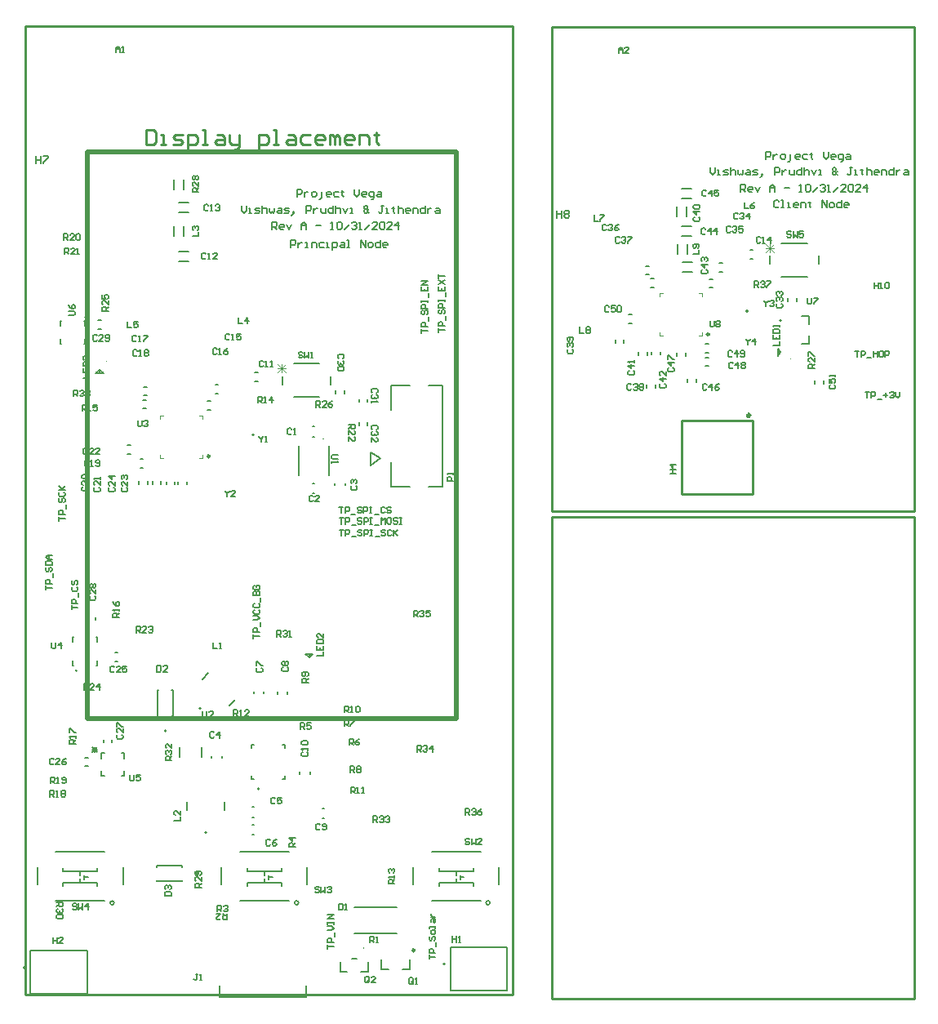
<source format=gbr>
G04*
G04 #@! TF.GenerationSoftware,Altium Limited,Altium Designer,24.10.1 (45)*
G04*
G04 Layer_Color=65535*
%FSLAX44Y44*%
%MOMM*%
G71*
G04*
G04 #@! TF.SameCoordinates,58AE560C-37F5-4C9B-8F18-908462E99DB1*
G04*
G04*
G04 #@! TF.FilePolarity,Positive*
G04*
G01*
G75*
%ADD10C,0.1000*%
%ADD11C,0.2000*%
%ADD12C,0.0000*%
%ADD13C,0.2500*%
%ADD14C,0.3000*%
%ADD15C,0.1524*%
%ADD16C,0.1500*%
%ADD17C,0.2540*%
%ADD18C,0.5080*%
%ADD19C,0.1270*%
%ADD20C,0.2050*%
%ADD21C,0.2032*%
%ADD22C,0.0762*%
%ADD23C,0.1778*%
D10*
X66594Y714144D02*
G03*
X66594Y714144I-500J0D01*
G01*
X798280Y670672D02*
G03*
X798280Y670672I-500J0D01*
G01*
X89288Y668352D02*
G03*
X89288Y668352I-500J0D01*
G01*
X292458Y351966D02*
G03*
X292458Y351966I-500J0D01*
G01*
X702796Y738496D02*
X706196D01*
Y735096D02*
Y738496D01*
X662196D02*
X665596D01*
X662196Y735096D02*
Y738496D01*
Y694496D02*
Y697896D01*
Y694496D02*
X665596D01*
X702796D02*
X706196D01*
Y697896D01*
X184678Y612202D02*
X188078D01*
Y608802D02*
Y612202D01*
X144078D02*
X147478D01*
X144078Y608802D02*
Y612202D01*
Y568202D02*
Y571602D01*
Y568202D02*
X147478D01*
X184678D02*
X188078D01*
Y571602D01*
D11*
X788772Y710536D02*
G03*
X788772Y710536I-1000J0D01*
G01*
X186787Y308469D02*
G03*
X186787Y308469I-1000J0D01*
G01*
X439980Y43100D02*
G03*
X439980Y43100I-1000J0D01*
G01*
X754135Y720342D02*
G03*
X754135Y720342I-1000J0D01*
G01*
X247540Y224940D02*
G03*
X247540Y224940I-1000J0D01*
G01*
X192770Y179510D02*
G03*
X192770Y179510I-1000J0D01*
G01*
X241896Y591738D02*
G03*
X241896Y591738I-1000J0D01*
G01*
X4624Y39798D02*
G03*
X4624Y39798I-1000J0D01*
G01*
X183678Y137160D02*
G03*
X183678Y137160I-1000J0D01*
G01*
X355394Y59864D02*
G03*
X355394Y59864I-200J0D01*
G01*
X150860Y285190D02*
G03*
X150860Y285190I-1000J0D01*
G01*
X65344Y710144D02*
X66094D01*
X41094D02*
X41844D01*
X65344Y686144D02*
X66094D01*
X41094D02*
X41844D01*
X66094Y705094D02*
Y710144D01*
Y686144D02*
Y691194D01*
X41094Y705094D02*
Y710144D01*
Y686144D02*
Y691194D01*
X302784Y531452D02*
X304784D01*
X302784Y541952D02*
X304784D01*
X336466Y539512D02*
Y541512D01*
X325966Y539512D02*
Y541512D01*
X302784Y590126D02*
X304784D01*
X302784Y600626D02*
X304784D01*
X786280Y677672D02*
X788280D01*
X206252Y9180D02*
Y20680D01*
Y9180D02*
X295652D01*
Y20680D01*
X266022Y323358D02*
Y325358D01*
X276522Y323358D02*
Y325358D01*
X241638Y323612D02*
Y325612D01*
X252138Y323612D02*
Y325612D01*
X208450Y256810D02*
Y258810D01*
X197950Y256810D02*
Y258810D01*
X289390Y240300D02*
Y242300D01*
X299890Y240300D02*
Y242300D01*
X312690Y194140D02*
X314690D01*
X312690Y204640D02*
X314690D01*
X81788Y656852D02*
Y658852D01*
X298958Y361466D02*
Y363466D01*
X240046Y205910D02*
X242046D01*
X240046Y195410D02*
X242046D01*
X239792Y177122D02*
X241792D01*
X239792Y187622D02*
X241792D01*
X373874Y37704D02*
X381624D01*
X373874D02*
Y47704D01*
X396124Y37704D02*
X403874D01*
Y47704D01*
X352694Y35664D02*
X360194D01*
Y45204D01*
X331194Y35664D02*
Y45204D01*
X343194Y48664D02*
X348194D01*
X331194Y35664D02*
X338694D01*
D12*
X314452Y587248D02*
G03*
X312928Y587248I-762J190D01*
G01*
D13*
X713946Y695996D02*
G03*
X713946Y695996I-1250J0D01*
G01*
X195828Y569702D02*
G03*
X195828Y569702I-1250J0D01*
G01*
X408374Y57454D02*
G03*
X408374Y57454I-1250J0D01*
G01*
D14*
X753457Y611888D02*
G03*
X753463Y612019I1500J0D01*
G01*
D15*
X96790Y106680D02*
G03*
X96790Y106680I-2048J0D01*
G01*
X288052D02*
G03*
X288052Y106680I-2048J0D01*
G01*
X486680D02*
G03*
X486680Y106680I-2048J0D01*
G01*
X685546Y837184D02*
X695706D01*
X685546Y847344D02*
X695706D01*
X288290Y549910D02*
Y580898D01*
X319278Y549910D02*
Y580898D01*
X686054Y760476D02*
X696214D01*
X686054Y770636D02*
X696214D01*
X777113Y769309D02*
Y777551D01*
X789115Y756158D02*
X815658D01*
X827659Y769309D02*
Y777551D01*
X789115Y790702D02*
X815658D01*
X685800Y797814D02*
X695960D01*
X685800Y807974D02*
X695960D01*
X690880Y818134D02*
Y828294D01*
X680720Y818134D02*
Y828294D01*
X691134Y779526D02*
Y789686D01*
X680974Y779526D02*
Y789686D01*
X283146Y665734D02*
X309690D01*
X321691Y644341D02*
Y652583D01*
X283146Y631190D02*
X309690D01*
X271145Y644341D02*
Y652583D01*
X422664Y538304D02*
X436964D01*
X383964D02*
Y563604D01*
Y618004D02*
Y643304D01*
X422664D02*
X436964D01*
Y538304D02*
Y643304D01*
X383964Y538304D02*
X403264D01*
X383964Y643304D02*
X403264D01*
X363104Y559894D02*
X373264Y567514D01*
X363104Y573864D02*
X373264Y567514D01*
X363104Y559894D02*
Y573864D01*
X187930Y258064D02*
Y267716D01*
X165130Y258064D02*
Y267716D01*
X83613Y261871D02*
X86498D01*
X83613Y238249D02*
X86498D01*
X107235D02*
Y243634D01*
X104350Y261871D02*
X107235D01*
X83613Y256486D02*
Y261871D01*
Y238249D02*
Y243634D01*
X104350Y238249D02*
X107235D01*
Y256486D02*
Y261871D01*
X61590Y135488D02*
Y139552D01*
X61463Y127868D02*
Y131424D01*
X43688Y127762D02*
X79248D01*
X43688Y139700D02*
X79248D01*
X36068Y109220D02*
X86868D01*
X36068Y160020D02*
X86868D01*
X65786Y133350D02*
X69850D01*
X65786Y131318D02*
Y135382D01*
X79248Y124206D02*
Y127762D01*
X43688Y124206D02*
Y127762D01*
Y139700D02*
Y143002D01*
X79248Y139700D02*
Y143002D01*
X105918Y125730D02*
Y143510D01*
X17018Y125730D02*
Y143510D01*
X252852Y135488D02*
Y139552D01*
X252725Y127868D02*
Y131424D01*
X234950Y127762D02*
X270510D01*
X234950Y139700D02*
X270510D01*
X227330Y109220D02*
X278130D01*
X227330Y160020D02*
X278130D01*
X257048Y133350D02*
X261112D01*
X257048Y131318D02*
Y135382D01*
X270510Y124206D02*
Y127762D01*
X234950Y124206D02*
Y127762D01*
Y139700D02*
Y143002D01*
X270510Y139700D02*
Y143002D01*
X297180Y125730D02*
Y143510D01*
X208280Y125730D02*
Y143510D01*
X451480Y135488D02*
Y139552D01*
X451353Y127868D02*
Y131424D01*
X433578Y127762D02*
X469138D01*
X433578Y139700D02*
X469138D01*
X425958Y109220D02*
X476758D01*
X425958Y160020D02*
X476758D01*
X455676Y133350D02*
X459740D01*
X455676Y131318D02*
Y135382D01*
X469138Y124206D02*
Y127762D01*
X433578Y124206D02*
Y127762D01*
Y139700D02*
Y143002D01*
X469138Y139700D02*
Y143002D01*
X495808Y125730D02*
Y143510D01*
X406908Y125730D02*
Y143510D01*
X163576Y833120D02*
X173736D01*
X163576Y822960D02*
X173736D01*
X168910Y798068D02*
Y808228D01*
X158750Y798068D02*
Y808228D01*
X163576Y782320D02*
X173736D01*
X163576Y772160D02*
X173736D01*
X158750Y846074D02*
Y856234D01*
X168910Y846074D02*
Y856234D01*
X556006Y824482D02*
Y816864D01*
Y820673D01*
X561084D01*
Y824482D01*
Y816864D01*
X563624Y823212D02*
X564893Y824482D01*
X567432D01*
X568702Y823212D01*
Y821942D01*
X567432Y820673D01*
X568702Y819403D01*
Y818134D01*
X567432Y816864D01*
X564893D01*
X563624Y818134D01*
Y819403D01*
X564893Y820673D01*
X563624Y821942D01*
Y823212D01*
X564893Y820673D02*
X567432D01*
X16002Y880870D02*
Y873252D01*
Y877061D01*
X21080D01*
Y880870D01*
Y873252D01*
X23619Y880870D02*
X28698D01*
Y879600D01*
X23619Y874522D01*
Y873252D01*
D16*
X58044Y347538D02*
G03*
X58044Y347538I-750J0D01*
G01*
D17*
X5080Y11430D02*
X510540D01*
X5080Y1016000D02*
X510540D01*
Y11430D02*
Y1016000D01*
X5080Y11430D02*
Y1016000D01*
X551180Y7620D02*
X926476D01*
X551180Y506730D02*
X926476D01*
Y7620D02*
Y506730D01*
X551180Y7620D02*
Y506730D01*
Y513080D02*
X927100D01*
X551180Y1014984D02*
X927100D01*
Y513080D02*
Y1014984D01*
X551180Y513080D02*
Y1014984D01*
X685546Y530352D02*
X759206D01*
X685546D02*
Y606552D01*
X759206D01*
Y530352D02*
Y606552D01*
X130302Y908297D02*
Y893062D01*
X137920D01*
X140459Y895602D01*
Y905758D01*
X137920Y908297D01*
X130302D01*
X145537Y893062D02*
X150615D01*
X148076D01*
Y903219D01*
X145537D01*
X158233Y893062D02*
X165851D01*
X168390Y895602D01*
X165851Y898141D01*
X160772D01*
X158233Y900680D01*
X160772Y903219D01*
X168390D01*
X173468Y887984D02*
Y903219D01*
X181086D01*
X183625Y900680D01*
Y895602D01*
X181086Y893062D01*
X173468D01*
X188703D02*
X193782D01*
X191242D01*
Y908297D01*
X188703D01*
X203938Y903219D02*
X209016D01*
X211556Y900680D01*
Y893062D01*
X203938D01*
X201399Y895602D01*
X203938Y898141D01*
X211556D01*
X216634Y903219D02*
Y895602D01*
X219173Y893062D01*
X226791D01*
Y890523D01*
X224252Y887984D01*
X221712D01*
X226791Y893062D02*
Y903219D01*
X247104Y887984D02*
Y903219D01*
X254722D01*
X257261Y900680D01*
Y895602D01*
X254722Y893062D01*
X247104D01*
X262339D02*
X267418D01*
X264879D01*
Y908297D01*
X262339D01*
X277574Y903219D02*
X282653D01*
X285192Y900680D01*
Y893062D01*
X277574D01*
X275035Y895602D01*
X277574Y898141D01*
X285192D01*
X300427Y903219D02*
X292809D01*
X290270Y900680D01*
Y895602D01*
X292809Y893062D01*
X300427D01*
X313123D02*
X308044D01*
X305505Y895602D01*
Y900680D01*
X308044Y903219D01*
X313123D01*
X315662Y900680D01*
Y898141D01*
X305505D01*
X320740Y893062D02*
Y903219D01*
X323280D01*
X325819Y900680D01*
Y893062D01*
Y900680D01*
X328358Y903219D01*
X330897Y900680D01*
Y893062D01*
X343593D02*
X338515D01*
X335975Y895602D01*
Y900680D01*
X338515Y903219D01*
X343593D01*
X346132Y900680D01*
Y898141D01*
X335975D01*
X351211Y893062D02*
Y903219D01*
X358828D01*
X361367Y900680D01*
Y893062D01*
X368985Y905758D02*
Y903219D01*
X366446D01*
X371524D01*
X368985D01*
Y895602D01*
X371524Y893062D01*
D18*
X69342Y297688D02*
X452120D01*
X69342Y885444D02*
X452120D01*
Y297688D02*
Y885444D01*
X69342Y297688D02*
Y885444D01*
D19*
X809872Y715386D02*
X817522D01*
Y706936D02*
Y715386D01*
Y686186D02*
Y694636D01*
X809872Y686186D02*
X817522D01*
X215980Y311085D02*
X222061Y317166D01*
X188403Y338662D02*
X194484Y344743D01*
X445480Y15600D02*
X504480D01*
X445480D02*
Y60600D01*
X504480D01*
Y15600D02*
Y60600D01*
X350846Y601750D02*
Y604750D01*
X359846Y601750D02*
Y604750D01*
X710096Y677236D02*
X713096D01*
X710096Y686236D02*
X713096D01*
X680426Y673886D02*
Y676886D01*
X689426Y673886D02*
Y676886D01*
X649296Y640612D02*
Y643612D01*
X658296Y640612D02*
Y643612D01*
X654376Y675156D02*
Y678156D01*
X663376Y675156D02*
Y678156D01*
X640914Y674648D02*
Y677648D01*
X649914Y674648D02*
Y677648D01*
X823540Y645184D02*
Y648184D01*
X832540Y645184D02*
Y648184D01*
X714272Y753546D02*
X717272D01*
X714272Y744546D02*
X717272D01*
X724686Y760802D02*
X727686D01*
X724686Y769802D02*
X727686D01*
X756436Y783518D02*
X759436D01*
X756436Y774518D02*
X759436D01*
X710096Y663266D02*
X713096D01*
X710096Y672266D02*
X713096D01*
X691714Y646962D02*
Y649962D01*
X700714Y646962D02*
Y649962D01*
X630452Y716462D02*
X633452D01*
X630452Y707462D02*
X633452D01*
X653312Y754054D02*
X656312D01*
X653312Y745054D02*
X656312D01*
X648486Y767008D02*
X651486D01*
X648486Y758008D02*
X651486D01*
X795742Y730528D02*
Y733528D01*
X804742Y730528D02*
Y733528D01*
X616672Y687348D02*
Y690348D01*
X625672Y687348D02*
Y690348D01*
X239040Y235240D02*
X242040D01*
X271040D02*
X274040D01*
X239040Y270240D02*
X242040D01*
X271040D02*
X274040D01*
X239040Y235240D02*
Y238240D01*
X274040Y235240D02*
Y238240D01*
X239040Y267240D02*
Y270240D01*
X274040Y267240D02*
Y270240D01*
X211270Y202710D02*
Y211310D01*
X172270Y202710D02*
Y211310D01*
X335716Y634770D02*
Y637770D01*
X326716Y634770D02*
Y637770D01*
X350846Y625880D02*
Y628880D01*
X359846Y625880D02*
Y628880D01*
X150948Y540536D02*
Y543536D01*
X159948Y540536D02*
Y543536D01*
X163394Y540536D02*
Y543536D01*
X172394Y540536D02*
Y543536D01*
X136470Y540790D02*
Y543790D01*
X145470Y540790D02*
Y543790D01*
X122754Y540790D02*
Y543790D01*
X131754Y540790D02*
Y543790D01*
X201842Y634818D02*
X204842D01*
X201842Y643818D02*
X204842D01*
X193826Y617800D02*
X196826D01*
X193826Y626800D02*
X196826D01*
X242594Y647772D02*
X245594D01*
X242594Y656772D02*
X245594D01*
X345792Y74892D02*
X389792D01*
X345792Y101892D02*
X389792D01*
X10124Y12298D02*
X69124D01*
X10124D02*
Y57298D01*
X69124D01*
Y12298D02*
Y57298D01*
X66572Y257484D02*
X69572D01*
X66572Y248484D02*
X69572D01*
X77906Y399820D02*
Y402820D01*
X68906Y399820D02*
Y402820D01*
X97560Y357196D02*
X100560D01*
X97560Y366196D02*
X100560D01*
X85670Y273074D02*
Y276074D01*
X94670Y273074D02*
Y276074D01*
X123722Y566856D02*
X126722D01*
X123722Y557856D02*
X126722D01*
X110514Y581080D02*
X113514D01*
X110514Y572080D02*
X113514D01*
X127024Y628070D02*
X130024D01*
X127024Y619070D02*
X130024D01*
X127674Y641786D02*
X130674D01*
X127674Y632786D02*
X130674D01*
X80288Y701620D02*
X83288D01*
X80288Y710620D02*
X83288D01*
X140928Y143950D02*
Y144910D01*
Y129410D02*
Y130370D01*
X167428Y143950D02*
Y144910D01*
Y129410D02*
Y130370D01*
X140928Y144910D02*
X167428D01*
X140928Y129410D02*
X167428D01*
X78244Y352538D02*
X78794D01*
X78244Y382538D02*
X78794D01*
X53794D02*
X54344D01*
X53794Y352538D02*
X54344D01*
X78794D02*
Y358088D01*
Y376988D02*
Y382538D01*
X53794Y376988D02*
Y382538D01*
Y352538D02*
Y358088D01*
X142110Y300440D02*
Y326940D01*
X157610Y300440D02*
Y326940D01*
X142110Y300440D02*
X143070D01*
X156650D02*
X157610D01*
X142110Y326940D02*
X143070D01*
X156650D02*
X157610D01*
D20*
X785280Y681672D02*
X788280Y677672D01*
X785280Y673672D02*
X788280Y677672D01*
X785280Y673672D02*
Y681672D01*
X77788Y655852D02*
X81788Y658852D01*
X85788Y655852D01*
X77788D02*
X85788D01*
X298958Y361466D02*
X302958Y364466D01*
X294958D02*
X298958Y361466D01*
X294958Y364466D02*
X302958D01*
D21*
X286512Y838961D02*
Y846579D01*
X290321D01*
X291590Y845309D01*
Y842770D01*
X290321Y841500D01*
X286512D01*
X294130Y844040D02*
Y838961D01*
Y841500D01*
X295399Y842770D01*
X296669Y844040D01*
X297938D01*
X303017Y838961D02*
X305556D01*
X306825Y840231D01*
Y842770D01*
X305556Y844040D01*
X303017D01*
X301747Y842770D01*
Y840231D01*
X303017Y838961D01*
X309365Y836422D02*
X310634D01*
X311904Y837692D01*
Y844040D01*
X320791Y838961D02*
X318252D01*
X316982Y840231D01*
Y842770D01*
X318252Y844040D01*
X320791D01*
X322061Y842770D01*
Y841500D01*
X316982D01*
X329678Y844040D02*
X325869D01*
X324600Y842770D01*
Y840231D01*
X325869Y838961D01*
X329678D01*
X333487Y845309D02*
Y844040D01*
X332217D01*
X334756D01*
X333487D01*
Y840231D01*
X334756Y838961D01*
X346183Y846579D02*
Y841500D01*
X348722Y838961D01*
X351261Y841500D01*
Y846579D01*
X357609Y838961D02*
X355070D01*
X353800Y840231D01*
Y842770D01*
X355070Y844040D01*
X357609D01*
X358879Y842770D01*
Y841500D01*
X353800D01*
X363957Y836422D02*
X365227D01*
X366496Y837692D01*
Y844040D01*
X362687D01*
X361418Y842770D01*
Y840231D01*
X362687Y838961D01*
X366496D01*
X370305Y844040D02*
X372844D01*
X374114Y842770D01*
Y838961D01*
X370305D01*
X369035Y840231D01*
X370305Y841500D01*
X374114D01*
X228854Y829815D02*
Y824736D01*
X231393Y822197D01*
X233932Y824736D01*
Y829815D01*
X236472Y822197D02*
X239011D01*
X237741D01*
Y827275D01*
X236472D01*
X242819Y822197D02*
X246628D01*
X247898Y823467D01*
X246628Y824736D01*
X244089D01*
X242819Y826006D01*
X244089Y827275D01*
X247898D01*
X250437Y829815D02*
Y822197D01*
Y826006D01*
X251707Y827275D01*
X254246D01*
X255515Y826006D01*
Y822197D01*
X258055Y827275D02*
Y823467D01*
X259324Y822197D01*
X260594Y823467D01*
X261863Y822197D01*
X263133Y823467D01*
Y827275D01*
X266942D02*
X269481D01*
X270750Y826006D01*
Y822197D01*
X266942D01*
X265672Y823467D01*
X266942Y824736D01*
X270750D01*
X273290Y822197D02*
X277098D01*
X278368Y823467D01*
X277098Y824736D01*
X274559D01*
X273290Y826006D01*
X274559Y827275D01*
X278368D01*
X282177Y820928D02*
X283446Y822197D01*
Y823467D01*
X282177D01*
Y822197D01*
X283446D01*
X282177Y820928D01*
X280907Y819658D01*
X296142Y822197D02*
Y829815D01*
X299951D01*
X301221Y828545D01*
Y826006D01*
X299951Y824736D01*
X296142D01*
X303760Y827275D02*
Y822197D01*
Y824736D01*
X305029Y826006D01*
X306299Y827275D01*
X307568D01*
X311377D02*
Y823467D01*
X312647Y822197D01*
X316456D01*
Y827275D01*
X324073Y829815D02*
Y822197D01*
X320264D01*
X318995Y823467D01*
Y826006D01*
X320264Y827275D01*
X324073D01*
X326612Y829815D02*
Y822197D01*
Y826006D01*
X327882Y827275D01*
X330421D01*
X331691Y826006D01*
Y822197D01*
X334230Y827275D02*
X336769Y822197D01*
X339308Y827275D01*
X341847Y822197D02*
X344387D01*
X343117D01*
Y827275D01*
X341847D01*
X360891Y822197D02*
X359622Y823467D01*
X358352Y822197D01*
X357082D01*
X355813Y823467D01*
Y824736D01*
X357082Y826006D01*
X355813Y827275D01*
Y828545D01*
X357082Y829815D01*
X358352D01*
X359622Y828545D01*
Y827275D01*
X358352Y826006D01*
X359622Y824736D01*
Y823467D01*
X360891Y826006D02*
X359622Y824736D01*
X357082Y826006D02*
X358352D01*
X376126Y829815D02*
X373587D01*
X374857D01*
Y823467D01*
X373587Y822197D01*
X372318D01*
X371048Y823467D01*
X378666Y822197D02*
X381205D01*
X379935D01*
Y827275D01*
X378666D01*
X386283Y828545D02*
Y827275D01*
X385014D01*
X387553D01*
X386283D01*
Y823467D01*
X387553Y822197D01*
X391361Y829815D02*
Y822197D01*
Y826006D01*
X392631Y827275D01*
X395170D01*
X396440Y826006D01*
Y822197D01*
X402788D02*
X400249D01*
X398979Y823467D01*
Y826006D01*
X400249Y827275D01*
X402788D01*
X404057Y826006D01*
Y824736D01*
X398979D01*
X406596Y822197D02*
Y827275D01*
X410405D01*
X411675Y826006D01*
Y822197D01*
X419292Y829815D02*
Y822197D01*
X415484D01*
X414214Y823467D01*
Y826006D01*
X415484Y827275D01*
X419292D01*
X421832D02*
Y822197D01*
Y824736D01*
X423101Y826006D01*
X424371Y827275D01*
X425640D01*
X430719D02*
X433258D01*
X434528Y826006D01*
Y822197D01*
X430719D01*
X429449Y823467D01*
X430719Y824736D01*
X434528D01*
X260604Y804926D02*
Y812543D01*
X264413D01*
X265682Y811274D01*
Y808735D01*
X264413Y807465D01*
X260604D01*
X263143D02*
X265682Y804926D01*
X272030D02*
X269491D01*
X268221Y806196D01*
Y808735D01*
X269491Y810004D01*
X272030D01*
X273300Y808735D01*
Y807465D01*
X268221D01*
X275839Y810004D02*
X278378Y804926D01*
X280917Y810004D01*
X291074Y804926D02*
Y810004D01*
X293613Y812543D01*
X296152Y810004D01*
Y804926D01*
Y808735D01*
X291074D01*
X306309D02*
X311388D01*
X321544Y804926D02*
X324084D01*
X322814D01*
Y812543D01*
X321544Y811274D01*
X327892D02*
X329162Y812543D01*
X331701D01*
X332971Y811274D01*
Y806196D01*
X331701Y804926D01*
X329162D01*
X327892Y806196D01*
Y811274D01*
X335510Y804926D02*
X340588Y810004D01*
X343127Y811274D02*
X344397Y812543D01*
X346936D01*
X348206Y811274D01*
Y810004D01*
X346936Y808735D01*
X345667D01*
X346936D01*
X348206Y807465D01*
Y806196D01*
X346936Y804926D01*
X344397D01*
X343127Y806196D01*
X350745Y804926D02*
X353284D01*
X352014D01*
Y812543D01*
X350745Y811274D01*
X357093Y804926D02*
X362171Y810004D01*
X369789Y804926D02*
X364710D01*
X369789Y810004D01*
Y811274D01*
X368519Y812543D01*
X365980D01*
X364710Y811274D01*
X372328D02*
X373597Y812543D01*
X376137D01*
X377406Y811274D01*
Y806196D01*
X376137Y804926D01*
X373597D01*
X372328Y806196D01*
Y811274D01*
X385024Y804926D02*
X379945D01*
X385024Y810004D01*
Y811274D01*
X383754Y812543D01*
X381215D01*
X379945Y811274D01*
X391372Y804926D02*
Y812543D01*
X387563Y808735D01*
X392641D01*
X280162Y786383D02*
Y794001D01*
X283971D01*
X285240Y792731D01*
Y790192D01*
X283971Y788922D01*
X280162D01*
X287780Y791461D02*
Y786383D01*
Y788922D01*
X289049Y790192D01*
X290319Y791461D01*
X291588D01*
X295397Y786383D02*
X297936D01*
X296667D01*
Y791461D01*
X295397D01*
X301745Y786383D02*
Y791461D01*
X305554D01*
X306823Y790192D01*
Y786383D01*
X314441Y791461D02*
X310632D01*
X309363Y790192D01*
Y787653D01*
X310632Y786383D01*
X314441D01*
X316980D02*
X319519D01*
X318250D01*
Y791461D01*
X316980D01*
X323328Y783844D02*
Y791461D01*
X327137D01*
X328406Y790192D01*
Y787653D01*
X327137Y786383D01*
X323328D01*
X332215Y791461D02*
X334754D01*
X336024Y790192D01*
Y786383D01*
X332215D01*
X330946Y787653D01*
X332215Y788922D01*
X336024D01*
X338563Y786383D02*
X341102D01*
X339833D01*
Y794001D01*
X338563D01*
X352529Y786383D02*
Y794001D01*
X357607Y786383D01*
Y794001D01*
X361416Y786383D02*
X363955D01*
X365224Y787653D01*
Y790192D01*
X363955Y791461D01*
X361416D01*
X360146Y790192D01*
Y787653D01*
X361416Y786383D01*
X372842Y794001D02*
Y786383D01*
X369033D01*
X367764Y787653D01*
Y790192D01*
X369033Y791461D01*
X372842D01*
X379190Y786383D02*
X376651D01*
X375381Y787653D01*
Y790192D01*
X376651Y791461D01*
X379190D01*
X380460Y790192D01*
Y788922D01*
X375381D01*
X786382Y833880D02*
X785113Y835150D01*
X782574D01*
X781304Y833880D01*
Y828802D01*
X782574Y827532D01*
X785113D01*
X786382Y828802D01*
X788922Y827532D02*
X791461D01*
X790191D01*
Y835150D01*
X788922D01*
X795269Y827532D02*
X797809D01*
X796539D01*
Y832610D01*
X795269D01*
X805426Y827532D02*
X802887D01*
X801617Y828802D01*
Y831341D01*
X802887Y832610D01*
X805426D01*
X806696Y831341D01*
Y830071D01*
X801617D01*
X809235Y827532D02*
Y832610D01*
X813044D01*
X814313Y831341D01*
Y827532D01*
X818122Y833880D02*
Y832610D01*
X816852D01*
X819392D01*
X818122D01*
Y828802D01*
X819392Y827532D01*
X830818D02*
Y835150D01*
X835896Y827532D01*
Y835150D01*
X839705Y827532D02*
X842244D01*
X843514Y828802D01*
Y831341D01*
X842244Y832610D01*
X839705D01*
X838436Y831341D01*
Y828802D01*
X839705Y827532D01*
X851131Y835150D02*
Y827532D01*
X847323D01*
X846053Y828802D01*
Y831341D01*
X847323Y832610D01*
X851131D01*
X857479Y827532D02*
X854940D01*
X853671Y828802D01*
Y831341D01*
X854940Y832610D01*
X857479D01*
X858749Y831341D01*
Y830071D01*
X853671D01*
X746760Y844042D02*
Y851659D01*
X750569D01*
X751838Y850390D01*
Y847851D01*
X750569Y846581D01*
X746760D01*
X749299D02*
X751838Y844042D01*
X758186D02*
X755647D01*
X754378Y845312D01*
Y847851D01*
X755647Y849120D01*
X758186D01*
X759456Y847851D01*
Y846581D01*
X754378D01*
X761995Y849120D02*
X764534Y844042D01*
X767073Y849120D01*
X777230Y844042D02*
Y849120D01*
X779769Y851659D01*
X782309Y849120D01*
Y844042D01*
Y847851D01*
X777230D01*
X792465D02*
X797544D01*
X807700Y844042D02*
X810239D01*
X808970D01*
Y851659D01*
X807700Y850390D01*
X814048D02*
X815318Y851659D01*
X817857D01*
X819127Y850390D01*
Y845312D01*
X817857Y844042D01*
X815318D01*
X814048Y845312D01*
Y850390D01*
X821666Y844042D02*
X826744Y849120D01*
X829283Y850390D02*
X830553Y851659D01*
X833092D01*
X834362Y850390D01*
Y849120D01*
X833092Y847851D01*
X831823D01*
X833092D01*
X834362Y846581D01*
Y845312D01*
X833092Y844042D01*
X830553D01*
X829283Y845312D01*
X836901Y844042D02*
X839440D01*
X838170D01*
Y851659D01*
X836901Y850390D01*
X843249Y844042D02*
X848327Y849120D01*
X855945Y844042D02*
X850866D01*
X855945Y849120D01*
Y850390D01*
X854675Y851659D01*
X852136D01*
X850866Y850390D01*
X858484D02*
X859753Y851659D01*
X862293D01*
X863562Y850390D01*
Y845312D01*
X862293Y844042D01*
X859753D01*
X858484Y845312D01*
Y850390D01*
X871180Y844042D02*
X866101D01*
X871180Y849120D01*
Y850390D01*
X869910Y851659D01*
X867371D01*
X866101Y850390D01*
X877528Y844042D02*
Y851659D01*
X873719Y847851D01*
X878797D01*
X715010Y868931D02*
Y863852D01*
X717549Y861313D01*
X720088Y863852D01*
Y868931D01*
X722627Y861313D02*
X725167D01*
X723897D01*
Y866392D01*
X722627D01*
X728976Y861313D02*
X732784D01*
X734054Y862583D01*
X732784Y863852D01*
X730245D01*
X728976Y865122D01*
X730245Y866392D01*
X734054D01*
X736593Y868931D02*
Y861313D01*
Y865122D01*
X737863Y866392D01*
X740402D01*
X741671Y865122D01*
Y861313D01*
X744211Y866392D02*
Y862583D01*
X745480Y861313D01*
X746750Y862583D01*
X748019Y861313D01*
X749289Y862583D01*
Y866392D01*
X753098D02*
X755637D01*
X756906Y865122D01*
Y861313D01*
X753098D01*
X751828Y862583D01*
X753098Y863852D01*
X756906D01*
X759446Y861313D02*
X763254D01*
X764524Y862583D01*
X763254Y863852D01*
X760715D01*
X759446Y865122D01*
X760715Y866392D01*
X764524D01*
X768333Y860044D02*
X769602Y861313D01*
Y862583D01*
X768333D01*
Y861313D01*
X769602D01*
X768333Y860044D01*
X767063Y858774D01*
X782298Y861313D02*
Y868931D01*
X786107D01*
X787377Y867661D01*
Y865122D01*
X786107Y863852D01*
X782298D01*
X789916Y866392D02*
Y861313D01*
Y863852D01*
X791185Y865122D01*
X792455Y866392D01*
X793725D01*
X797533D02*
Y862583D01*
X798803Y861313D01*
X802612D01*
Y866392D01*
X810229Y868931D02*
Y861313D01*
X806420D01*
X805151Y862583D01*
Y865122D01*
X806420Y866392D01*
X810229D01*
X812768Y868931D02*
Y861313D01*
Y865122D01*
X814038Y866392D01*
X816577D01*
X817847Y865122D01*
Y861313D01*
X820386Y866392D02*
X822925Y861313D01*
X825464Y866392D01*
X828003Y861313D02*
X830543D01*
X829273D01*
Y866392D01*
X828003D01*
X847047Y861313D02*
X845778Y862583D01*
X844508Y861313D01*
X843239D01*
X841969Y862583D01*
Y863852D01*
X843239Y865122D01*
X841969Y866392D01*
Y867661D01*
X843239Y868931D01*
X844508D01*
X845778Y867661D01*
Y866392D01*
X844508Y865122D01*
X845778Y863852D01*
Y862583D01*
X847047Y865122D02*
X845778Y863852D01*
X843239Y865122D02*
X844508D01*
X862282Y868931D02*
X859743D01*
X861013D01*
Y862583D01*
X859743Y861313D01*
X858474D01*
X857204Y862583D01*
X864821Y861313D02*
X867361D01*
X866091D01*
Y866392D01*
X864821D01*
X872439Y867661D02*
Y866392D01*
X871170D01*
X873709D01*
X872439D01*
Y862583D01*
X873709Y861313D01*
X877517Y868931D02*
Y861313D01*
Y865122D01*
X878787Y866392D01*
X881326D01*
X882596Y865122D01*
Y861313D01*
X888944D02*
X886405D01*
X885135Y862583D01*
Y865122D01*
X886405Y866392D01*
X888944D01*
X890213Y865122D01*
Y863852D01*
X885135D01*
X892753Y861313D02*
Y866392D01*
X896561D01*
X897831Y865122D01*
Y861313D01*
X905448Y868931D02*
Y861313D01*
X901640D01*
X900370Y862583D01*
Y865122D01*
X901640Y866392D01*
X905448D01*
X907988D02*
Y861313D01*
Y863852D01*
X909257Y865122D01*
X910527Y866392D01*
X911796D01*
X916875D02*
X919414D01*
X920684Y865122D01*
Y861313D01*
X916875D01*
X915605Y862583D01*
X916875Y863852D01*
X920684D01*
X772668Y878077D02*
Y885695D01*
X776477D01*
X777746Y884425D01*
Y881886D01*
X776477Y880616D01*
X772668D01*
X780285Y883156D02*
Y878077D01*
Y880616D01*
X781555Y881886D01*
X782825Y883156D01*
X784094D01*
X789173Y878077D02*
X791712D01*
X792981Y879347D01*
Y881886D01*
X791712Y883156D01*
X789173D01*
X787903Y881886D01*
Y879347D01*
X789173Y878077D01*
X795521Y875538D02*
X796790D01*
X798060Y876808D01*
Y883156D01*
X806947Y878077D02*
X804408D01*
X803138Y879347D01*
Y881886D01*
X804408Y883156D01*
X806947D01*
X808216Y881886D01*
Y880616D01*
X803138D01*
X815834Y883156D02*
X812025D01*
X810756Y881886D01*
Y879347D01*
X812025Y878077D01*
X815834D01*
X819643Y884425D02*
Y883156D01*
X818373D01*
X820912D01*
X819643D01*
Y879347D01*
X820912Y878077D01*
X832339Y885695D02*
Y880616D01*
X834878Y878077D01*
X837417Y880616D01*
Y885695D01*
X843765Y878077D02*
X841226D01*
X839956Y879347D01*
Y881886D01*
X841226Y883156D01*
X843765D01*
X845035Y881886D01*
Y880616D01*
X839956D01*
X850113Y875538D02*
X851383D01*
X852652Y876808D01*
Y883156D01*
X848843D01*
X847574Y881886D01*
Y879347D01*
X848843Y878077D01*
X852652D01*
X856461Y883156D02*
X859000D01*
X860270Y881886D01*
Y878077D01*
X856461D01*
X855191Y879347D01*
X856461Y880616D01*
X860270D01*
X74168Y267714D02*
X79246Y262636D01*
X74168D02*
X79246Y267714D01*
X74168Y265175D02*
X79246D01*
X76707Y262636D02*
Y267714D01*
D22*
X772668Y789852D02*
X781132Y781388D01*
X772668D02*
X781132Y789852D01*
X772668Y785620D02*
X781132D01*
X776900Y781388D02*
Y789852D01*
X266700Y664884D02*
X275164Y656420D01*
X266700D02*
X275164Y664884D01*
X266700Y660652D02*
X275164D01*
X270932Y656420D02*
Y664884D01*
D23*
X415651Y697683D02*
Y701915D01*
Y699799D01*
X421999D01*
Y704031D02*
X415651D01*
Y707205D01*
X416709Y708263D01*
X418825D01*
X419883Y707205D01*
Y704031D01*
X423057Y710379D02*
Y714611D01*
X416709Y720959D02*
X415651Y719901D01*
Y717785D01*
X416709Y716727D01*
X417767D01*
X418825Y717785D01*
Y719901D01*
X419883Y720959D01*
X420941D01*
X421999Y719901D01*
Y717785D01*
X420941Y716727D01*
X421999Y723075D02*
X415651D01*
Y726249D01*
X416709Y727307D01*
X418825D01*
X419883Y726249D01*
Y723075D01*
X415651Y729423D02*
Y731539D01*
Y730481D01*
X421999D01*
Y729423D01*
Y731539D01*
X423057Y734713D02*
Y738945D01*
X415651Y745293D02*
Y741061D01*
X421999D01*
Y745293D01*
X418825Y741061D02*
Y743177D01*
X421999Y747409D02*
X415651D01*
X421999Y751641D01*
X415651D01*
X188766Y305180D02*
Y299890D01*
X189824Y298832D01*
X191940D01*
X192998Y299890D01*
Y305180D01*
X199346Y298832D02*
X195114D01*
X199346Y303064D01*
Y304122D01*
X198288Y305180D01*
X196172D01*
X195114Y304122D01*
X461436Y197994D02*
Y204342D01*
X464610D01*
X465668Y203284D01*
Y201168D01*
X464610Y200110D01*
X461436D01*
X463552D02*
X465668Y197994D01*
X467784Y203284D02*
X468842Y204342D01*
X470958D01*
X472016Y203284D01*
Y202226D01*
X470958Y201168D01*
X469900D01*
X470958D01*
X472016Y200110D01*
Y199052D01*
X470958Y197994D01*
X468842D01*
X467784Y199052D01*
X478364Y204342D02*
X476248Y203284D01*
X474132Y201168D01*
Y199052D01*
X475190Y197994D01*
X477306D01*
X478364Y199052D01*
Y200110D01*
X477306Y201168D01*
X474132D01*
X365678Y190374D02*
Y196722D01*
X368852D01*
X369910Y195664D01*
Y193548D01*
X368852Y192490D01*
X365678D01*
X367794D02*
X369910Y190374D01*
X372026Y195664D02*
X373084Y196722D01*
X375200D01*
X376258Y195664D01*
Y194606D01*
X375200Y193548D01*
X374142D01*
X375200D01*
X376258Y192490D01*
Y191432D01*
X375200Y190374D01*
X373084D01*
X372026Y191432D01*
X378374Y195664D02*
X379432Y196722D01*
X381548D01*
X382606Y195664D01*
Y194606D01*
X381548Y193548D01*
X380490D01*
X381548D01*
X382606Y192490D01*
Y191432D01*
X381548Y190374D01*
X379432D01*
X378374Y191432D01*
X884875Y749934D02*
Y743586D01*
Y746760D01*
X889107D01*
Y749934D01*
Y743586D01*
X891223D02*
X893339D01*
X892281D01*
Y749934D01*
X891223Y748876D01*
X896513D02*
X897571Y749934D01*
X899687D01*
X900745Y748876D01*
Y744644D01*
X899687Y743586D01*
X897571D01*
X896513Y744644D01*
Y748876D01*
X369146Y597576D02*
X370204Y598634D01*
Y600750D01*
X369146Y601808D01*
X364914D01*
X363856Y600750D01*
Y598634D01*
X364914Y597576D01*
X369146Y595460D02*
X370204Y594402D01*
Y592286D01*
X369146Y591228D01*
X368088D01*
X367030Y592286D01*
Y593344D01*
Y592286D01*
X365972Y591228D01*
X364914D01*
X363856Y592286D01*
Y594402D01*
X364914Y595460D01*
X363856Y584880D02*
Y589112D01*
X368088Y584880D01*
X369146D01*
X370204Y585938D01*
Y588054D01*
X369146Y589112D01*
X448436Y544408D02*
X442088D01*
Y547582D01*
X443146Y548640D01*
X445262D01*
X446320Y547582D01*
Y544408D01*
X448436Y550756D02*
Y552872D01*
Y551814D01*
X442088D01*
X443146Y550756D01*
X98638Y988569D02*
Y992801D01*
X100754Y994917D01*
X102870Y992801D01*
Y988569D01*
Y991743D01*
X98638D01*
X104986Y988569D02*
X107102D01*
X106044D01*
Y994917D01*
X104986Y993859D01*
X37212Y107016D02*
X43560D01*
Y103842D01*
X42502Y102784D01*
X40386D01*
X39328Y103842D01*
Y107016D01*
Y104900D02*
X37212Y102784D01*
X42502Y100668D02*
X43560Y99610D01*
Y97494D01*
X42502Y96436D01*
X41444D01*
X40386Y97494D01*
Y98552D01*
Y97494D01*
X39328Y96436D01*
X38270D01*
X37212Y97494D01*
Y99610D01*
X38270Y100668D01*
X42502Y94320D02*
X43560Y93262D01*
Y91146D01*
X42502Y90088D01*
X38270D01*
X37212Y91146D01*
Y93262D01*
X38270Y94320D01*
X42502D01*
X187324Y122854D02*
X180976D01*
Y126028D01*
X182034Y127086D01*
X184150D01*
X185208Y126028D01*
Y122854D01*
Y124970D02*
X187324Y127086D01*
Y133434D02*
Y129202D01*
X183092Y133434D01*
X182034D01*
X180976Y132376D01*
Y130260D01*
X182034Y129202D01*
X186266Y135550D02*
X187324Y136608D01*
Y138724D01*
X186266Y139782D01*
X182034D01*
X180976Y138724D01*
Y136608D01*
X182034Y135550D01*
X183092D01*
X184150Y136608D01*
Y139782D01*
X387730Y126431D02*
X381382D01*
Y129605D01*
X382440Y130663D01*
X384556D01*
X385614Y129605D01*
Y126431D01*
Y128547D02*
X387730Y130663D01*
Y132779D02*
Y134895D01*
Y133837D01*
X381382D01*
X382440Y132779D01*
Y138069D02*
X381382Y139127D01*
Y141243D01*
X382440Y142301D01*
X383498D01*
X384556Y141243D01*
Y140185D01*
Y141243D01*
X385614Y142301D01*
X386672D01*
X387730Y141243D01*
Y139127D01*
X386672Y138069D01*
X97114Y350858D02*
X96056Y351916D01*
X93940D01*
X92882Y350858D01*
Y346626D01*
X93940Y345568D01*
X96056D01*
X97114Y346626D01*
X103462Y345568D02*
X99230D01*
X103462Y349800D01*
Y350858D01*
X102404Y351916D01*
X100288D01*
X99230Y350858D01*
X109810Y351916D02*
X105578D01*
Y348742D01*
X107694Y349800D01*
X108752D01*
X109810Y348742D01*
Y346626D01*
X108752Y345568D01*
X106636D01*
X105578Y346626D01*
X184276Y843452D02*
X177928D01*
Y846626D01*
X178986Y847684D01*
X181102D01*
X182160Y846626D01*
Y843452D01*
Y845568D02*
X184276Y847684D01*
Y854032D02*
Y849800D01*
X180044Y854032D01*
X178986D01*
X177928Y852974D01*
Y850858D01*
X178986Y849800D01*
Y856148D02*
X177928Y857206D01*
Y859322D01*
X178986Y860380D01*
X180044D01*
X181102Y859322D01*
X182160Y860380D01*
X183218D01*
X184276Y859322D01*
Y857206D01*
X183218Y856148D01*
X182160D01*
X181102Y857206D01*
X180044Y856148D01*
X178986D01*
X181102Y857206D02*
Y859322D01*
X177928Y797858D02*
X184276D01*
Y802090D01*
X178986Y804206D02*
X177928Y805264D01*
Y807380D01*
X178986Y808438D01*
X180044D01*
X181102Y807380D01*
Y806322D01*
Y807380D01*
X182160Y808438D01*
X183218D01*
X184276Y807380D01*
Y805264D01*
X183218Y804206D01*
X191877Y779356D02*
X190819Y780414D01*
X188703D01*
X187645Y779356D01*
Y775124D01*
X188703Y774066D01*
X190819D01*
X191877Y775124D01*
X193993Y774066D02*
X196109D01*
X195051D01*
Y780414D01*
X193993Y779356D01*
X203515Y774066D02*
X199283D01*
X203515Y778298D01*
Y779356D01*
X202457Y780414D01*
X200341D01*
X199283Y779356D01*
X194671Y829648D02*
X193613Y830706D01*
X191497D01*
X190439Y829648D01*
Y825416D01*
X191497Y824358D01*
X193613D01*
X194671Y825416D01*
X196787Y824358D02*
X198903D01*
X197845D01*
Y830706D01*
X196787Y829648D01*
X202077D02*
X203135Y830706D01*
X205251D01*
X206309Y829648D01*
Y828590D01*
X205251Y827532D01*
X204193D01*
X205251D01*
X206309Y826474D01*
Y825416D01*
X205251Y824358D01*
X203135D01*
X202077Y825416D01*
X767187Y796120D02*
X766129Y797178D01*
X764013D01*
X762955Y796120D01*
Y791888D01*
X764013Y790830D01*
X766129D01*
X767187Y791888D01*
X769303Y790830D02*
X771419D01*
X770361D01*
Y797178D01*
X769303Y796120D01*
X777767Y790830D02*
Y797178D01*
X774593Y794004D01*
X778825D01*
X54782Y631826D02*
Y638174D01*
X57956D01*
X59014Y637116D01*
Y635000D01*
X57956Y633942D01*
X54782D01*
X56898D02*
X59014Y631826D01*
X61130Y637116D02*
X62188Y638174D01*
X64304D01*
X65362Y637116D01*
Y636058D01*
X64304Y635000D01*
X63246D01*
X64304D01*
X65362Y633942D01*
Y632884D01*
X64304Y631826D01*
X62188D01*
X61130Y632884D01*
X67478Y637116D02*
X68536Y638174D01*
X70652D01*
X71710Y637116D01*
Y636058D01*
X70652Y635000D01*
X71710Y633942D01*
Y632884D01*
X70652Y631826D01*
X68536D01*
X67478Y632884D01*
Y633942D01*
X68536Y635000D01*
X67478Y636058D01*
Y637116D01*
X68536Y635000D02*
X70652D01*
X64644Y650540D02*
X70992D01*
Y654772D01*
X64644Y661120D02*
Y656888D01*
X70992D01*
Y661120D01*
X67818Y656888D02*
Y659004D01*
X64644Y663236D02*
X70992D01*
Y666410D01*
X69934Y667468D01*
X65702D01*
X64644Y666410D01*
Y663236D01*
X65702Y669584D02*
X64644Y670642D01*
Y672758D01*
X65702Y673816D01*
X66760D01*
X67818Y672758D01*
Y671700D01*
Y672758D01*
X68876Y673816D01*
X69934D01*
X70992Y672758D01*
Y670642D01*
X69934Y669584D01*
X149480Y114090D02*
X155828D01*
Y117264D01*
X154770Y118322D01*
X150538D01*
X149480Y117264D01*
Y114090D01*
X150538Y120438D02*
X149480Y121496D01*
Y123612D01*
X150538Y124670D01*
X151596D01*
X152654Y123612D01*
Y122554D01*
Y123612D01*
X153712Y124670D01*
X154770D01*
X155828Y123612D01*
Y121496D01*
X154770Y120438D01*
X141224Y352550D02*
Y346202D01*
X144398D01*
X145456Y347260D01*
Y351492D01*
X144398Y352550D01*
X141224D01*
X151804Y346202D02*
X147572D01*
X151804Y350434D01*
Y351492D01*
X150746Y352550D01*
X148630D01*
X147572Y351492D01*
X798916Y801962D02*
X797858Y803020D01*
X795742D01*
X794684Y801962D01*
Y800904D01*
X795742Y799846D01*
X797858D01*
X798916Y798788D01*
Y797730D01*
X797858Y796672D01*
X795742D01*
X794684Y797730D01*
X801032Y803020D02*
Y796672D01*
X803148Y798788D01*
X805264Y796672D01*
Y803020D01*
X811612D02*
X807380D01*
Y799846D01*
X809496Y800904D01*
X810554D01*
X811612Y799846D01*
Y797730D01*
X810554Y796672D01*
X808438D01*
X807380Y797730D01*
X57998Y104986D02*
X56940Y106044D01*
X54824D01*
X53766Y104986D01*
Y103928D01*
X54824Y102870D01*
X56940D01*
X57998Y101812D01*
Y100754D01*
X56940Y99696D01*
X54824D01*
X53766Y100754D01*
X60114Y106044D02*
Y99696D01*
X62230Y101812D01*
X64346Y99696D01*
Y106044D01*
X69636Y99696D02*
Y106044D01*
X66462Y102870D01*
X70694D01*
X309458Y122512D02*
X308400Y123570D01*
X306284D01*
X305226Y122512D01*
Y121454D01*
X306284Y120396D01*
X308400D01*
X309458Y119338D01*
Y118280D01*
X308400Y117222D01*
X306284D01*
X305226Y118280D01*
X311574Y123570D02*
Y117222D01*
X313690Y119338D01*
X315806Y117222D01*
Y123570D01*
X317922Y122512D02*
X318980Y123570D01*
X321096D01*
X322154Y122512D01*
Y121454D01*
X321096Y120396D01*
X320038D01*
X321096D01*
X322154Y119338D01*
Y118280D01*
X321096Y117222D01*
X318980D01*
X317922Y118280D01*
X465414Y172296D02*
X464356Y173354D01*
X462240D01*
X461182Y172296D01*
Y171238D01*
X462240Y170180D01*
X464356D01*
X465414Y169122D01*
Y168064D01*
X464356Y167006D01*
X462240D01*
X461182Y168064D01*
X467530Y173354D02*
Y167006D01*
X469646Y169122D01*
X471762Y167006D01*
Y173354D01*
X478110Y167006D02*
X473878D01*
X478110Y171238D01*
Y172296D01*
X477052Y173354D01*
X474936D01*
X473878Y172296D01*
X45426Y779400D02*
Y785748D01*
X48600D01*
X49658Y784690D01*
Y782574D01*
X48600Y781516D01*
X45426D01*
X47542D02*
X49658Y779400D01*
X56006D02*
X51774D01*
X56006Y783632D01*
Y784690D01*
X54948Y785748D01*
X52832D01*
X51774Y784690D01*
X58122Y779400D02*
X60238D01*
X59180D01*
Y785748D01*
X58122Y784690D01*
X760902Y744856D02*
Y751204D01*
X764076D01*
X765134Y750146D01*
Y748030D01*
X764076Y746972D01*
X760902D01*
X763018D02*
X765134Y744856D01*
X767250Y750146D02*
X768308Y751204D01*
X770424D01*
X771482Y750146D01*
Y749088D01*
X770424Y748030D01*
X769366D01*
X770424D01*
X771482Y746972D01*
Y745914D01*
X770424Y744856D01*
X768308D01*
X767250Y745914D01*
X773598Y751204D02*
X777830D01*
Y750146D01*
X773598Y745914D01*
Y744856D01*
X407334Y403480D02*
Y409828D01*
X410508D01*
X411566Y408770D01*
Y406654D01*
X410508Y405596D01*
X407334D01*
X409450D02*
X411566Y403480D01*
X413682Y408770D02*
X414740Y409828D01*
X416856D01*
X417914Y408770D01*
Y407712D01*
X416856Y406654D01*
X415798D01*
X416856D01*
X417914Y405596D01*
Y404538D01*
X416856Y403480D01*
X414740D01*
X413682Y404538D01*
X424262Y409828D02*
X420030D01*
Y406654D01*
X422146Y407712D01*
X423204D01*
X424262Y406654D01*
Y404538D01*
X423204Y403480D01*
X421088D01*
X420030Y404538D01*
X410890Y263272D02*
Y269620D01*
X414064D01*
X415122Y268562D01*
Y266446D01*
X414064Y265388D01*
X410890D01*
X413006D02*
X415122Y263272D01*
X417238Y268562D02*
X418296Y269620D01*
X420412D01*
X421470Y268562D01*
Y267504D01*
X420412Y266446D01*
X419354D01*
X420412D01*
X421470Y265388D01*
Y264330D01*
X420412Y263272D01*
X418296D01*
X417238Y264330D01*
X426760Y263272D02*
Y269620D01*
X423586Y266446D01*
X427818D01*
X156590Y254172D02*
X150242D01*
Y257346D01*
X151300Y258404D01*
X153416D01*
X154474Y257346D01*
Y254172D01*
Y256288D02*
X156590Y258404D01*
X151300Y260520D02*
X150242Y261578D01*
Y263694D01*
X151300Y264752D01*
X152358D01*
X153416Y263694D01*
Y262636D01*
Y263694D01*
X154474Y264752D01*
X155532D01*
X156590Y263694D01*
Y261578D01*
X155532Y260520D01*
X156590Y271100D02*
Y266868D01*
X152358Y271100D01*
X151300D01*
X150242Y270042D01*
Y267926D01*
X151300Y266868D01*
X265644Y382652D02*
Y389000D01*
X268818D01*
X269876Y387942D01*
Y385826D01*
X268818Y384768D01*
X265644D01*
X267760D02*
X269876Y382652D01*
X271992Y387942D02*
X273050Y389000D01*
X275166D01*
X276224Y387942D01*
Y386884D01*
X275166Y385826D01*
X274108D01*
X275166D01*
X276224Y384768D01*
Y383710D01*
X275166Y382652D01*
X273050D01*
X271992Y383710D01*
X278340Y382652D02*
X280456D01*
X279398D01*
Y389000D01*
X278340Y387942D01*
X307214Y362758D02*
X313562D01*
Y366990D01*
X307214Y373338D02*
Y369106D01*
X313562D01*
Y373338D01*
X310388Y369106D02*
Y371222D01*
X307214Y375454D02*
X313562D01*
Y378628D01*
X312504Y379686D01*
X308272D01*
X307214Y378628D01*
Y375454D01*
X313562Y386034D02*
Y381802D01*
X309330Y386034D01*
X308272D01*
X307214Y384976D01*
Y382860D01*
X308272Y381802D01*
X328802Y571160D02*
X323512D01*
X322454Y570102D01*
Y567986D01*
X323512Y566928D01*
X328802D01*
X322454Y564812D02*
Y562696D01*
Y563754D01*
X328802D01*
X327744Y564812D01*
X306496Y620650D02*
Y626998D01*
X309670D01*
X310728Y625940D01*
Y623824D01*
X309670Y622766D01*
X306496D01*
X308612D02*
X310728Y620650D01*
X317076D02*
X312844D01*
X317076Y624882D01*
Y625940D01*
X316018Y626998D01*
X313902D01*
X312844Y625940D01*
X323424Y626998D02*
X321308Y625940D01*
X319192Y623824D01*
Y621708D01*
X320250Y620650D01*
X322366D01*
X323424Y621708D01*
Y622766D01*
X322366Y623824D01*
X319192D01*
X90804Y720262D02*
X84456D01*
Y723436D01*
X85514Y724494D01*
X87630D01*
X88688Y723436D01*
Y720262D01*
Y722378D02*
X90804Y724494D01*
Y730842D02*
Y726610D01*
X86572Y730842D01*
X85514D01*
X84456Y729784D01*
Y727668D01*
X85514Y726610D01*
X84456Y737190D02*
Y732958D01*
X87630D01*
X86572Y735074D01*
Y736132D01*
X87630Y737190D01*
X89746D01*
X90804Y736132D01*
Y734016D01*
X89746Y732958D01*
X65450Y327534D02*
Y333882D01*
X68624D01*
X69682Y332824D01*
Y330708D01*
X68624Y329650D01*
X65450D01*
X67566D02*
X69682Y327534D01*
X76030D02*
X71798D01*
X76030Y331766D01*
Y332824D01*
X74972Y333882D01*
X72856D01*
X71798Y332824D01*
X81320Y327534D02*
Y333882D01*
X78146Y330708D01*
X82378D01*
X119806Y386970D02*
Y393318D01*
X122980D01*
X124038Y392260D01*
Y390144D01*
X122980Y389086D01*
X119806D01*
X121922D02*
X124038Y386970D01*
X130386D02*
X126154D01*
X130386Y391202D01*
Y392260D01*
X129328Y393318D01*
X127212D01*
X126154Y392260D01*
X132502D02*
X133560Y393318D01*
X135676D01*
X136734Y392260D01*
Y391202D01*
X135676Y390144D01*
X134618D01*
X135676D01*
X136734Y389086D01*
Y388028D01*
X135676Y386970D01*
X133560D01*
X132502Y388028D01*
X340234Y602570D02*
X346582D01*
Y599396D01*
X345524Y598338D01*
X343408D01*
X342350Y599396D01*
Y602570D01*
Y600454D02*
X340234Y598338D01*
Y591990D02*
Y596222D01*
X344466Y591990D01*
X345524D01*
X346582Y593048D01*
Y595164D01*
X345524Y596222D01*
X340234Y585642D02*
Y589874D01*
X344466Y585642D01*
X345524D01*
X346582Y586700D01*
Y588816D01*
X345524Y589874D01*
X44876Y793878D02*
Y800226D01*
X48050D01*
X49108Y799168D01*
Y797052D01*
X48050Y795994D01*
X44876D01*
X46992D02*
X49108Y793878D01*
X55456D02*
X51224D01*
X55456Y798110D01*
Y799168D01*
X54398Y800226D01*
X52282D01*
X51224Y799168D01*
X57572D02*
X58630Y800226D01*
X60746D01*
X61804Y799168D01*
Y794936D01*
X60746Y793878D01*
X58630D01*
X57572Y794936D01*
Y799168D01*
X30927Y230760D02*
Y237108D01*
X34101D01*
X35159Y236050D01*
Y233934D01*
X34101Y232876D01*
X30927D01*
X33043D02*
X35159Y230760D01*
X37275D02*
X39391D01*
X38333D01*
Y237108D01*
X37275Y236050D01*
X42565Y231818D02*
X43623Y230760D01*
X45739D01*
X46797Y231818D01*
Y236050D01*
X45739Y237108D01*
X43623D01*
X42565Y236050D01*
Y234992D01*
X43623Y233934D01*
X46797D01*
X30419Y216790D02*
Y223138D01*
X33593D01*
X34651Y222080D01*
Y219964D01*
X33593Y218906D01*
X30419D01*
X32535D02*
X34651Y216790D01*
X36767D02*
X38883D01*
X37825D01*
Y223138D01*
X36767Y222080D01*
X42057D02*
X43115Y223138D01*
X45231D01*
X46289Y222080D01*
Y221022D01*
X45231Y219964D01*
X46289Y218906D01*
Y217848D01*
X45231Y216790D01*
X43115D01*
X42057Y217848D01*
Y218906D01*
X43115Y219964D01*
X42057Y221022D01*
Y222080D01*
X43115Y219964D02*
X45231D01*
X56768Y271465D02*
X50420D01*
Y274639D01*
X51478Y275697D01*
X53594D01*
X54652Y274639D01*
Y271465D01*
Y273581D02*
X56768Y275697D01*
Y277813D02*
Y279929D01*
Y278871D01*
X50420D01*
X51478Y277813D01*
X50420Y283103D02*
Y287335D01*
X51478D01*
X55710Y283103D01*
X56768D01*
X101980Y402783D02*
X95632D01*
Y405957D01*
X96690Y407015D01*
X98806D01*
X99864Y405957D01*
Y402783D01*
Y404899D02*
X101980Y407015D01*
Y409131D02*
Y411247D01*
Y410189D01*
X95632D01*
X96690Y409131D01*
X95632Y418653D02*
X96690Y416537D01*
X98806Y414421D01*
X100922D01*
X101980Y415479D01*
Y417595D01*
X100922Y418653D01*
X99864D01*
X98806Y417595D01*
Y414421D01*
X63693Y616840D02*
Y623188D01*
X66867D01*
X67925Y622130D01*
Y620014D01*
X66867Y618956D01*
X63693D01*
X65809D02*
X67925Y616840D01*
X70041D02*
X72157D01*
X71099D01*
Y623188D01*
X70041Y622130D01*
X79563Y623188D02*
X75331D01*
Y620014D01*
X77447Y621072D01*
X78505D01*
X79563Y620014D01*
Y617898D01*
X78505Y616840D01*
X76389D01*
X75331Y617898D01*
X839386Y643764D02*
X838328Y642706D01*
Y640590D01*
X839386Y639532D01*
X843618D01*
X844676Y640590D01*
Y642706D01*
X843618Y643764D01*
X838328Y650112D02*
Y645880D01*
X841502D01*
X840444Y647996D01*
Y649054D01*
X841502Y650112D01*
X843618D01*
X844676Y649054D01*
Y646938D01*
X843618Y645880D01*
X844676Y652228D02*
Y654344D01*
Y653286D01*
X838328D01*
X839386Y652228D01*
X751884Y691768D02*
Y690710D01*
X754000Y688594D01*
X756116Y690710D01*
Y691768D01*
X754000Y688594D02*
Y685420D01*
X761406D02*
Y691768D01*
X758232Y688594D01*
X762464D01*
X770601Y731472D02*
Y730414D01*
X772717Y728298D01*
X774833Y730414D01*
Y731472D01*
X772717Y728298D02*
Y725124D01*
X776949Y730414D02*
X778007Y731472D01*
X780123D01*
X781181Y730414D01*
Y729356D01*
X780123Y728298D01*
X779065D01*
X780123D01*
X781181Y727240D01*
Y726182D01*
X780123Y725124D01*
X778007D01*
X776949Y726182D01*
X211880Y534288D02*
Y533230D01*
X213996Y531114D01*
X216112Y533230D01*
Y534288D01*
X213996Y531114D02*
Y527940D01*
X222460D02*
X218228D01*
X222460Y532172D01*
Y533230D01*
X221402Y534288D01*
X219286D01*
X218228Y533230D01*
X247228Y590676D02*
Y589618D01*
X249344Y587502D01*
X251460Y589618D01*
Y590676D01*
X249344Y587502D02*
Y584328D01*
X253576D02*
X255692D01*
X254634D01*
Y590676D01*
X253576Y589618D01*
X714800Y710056D02*
Y704766D01*
X715858Y703708D01*
X717974D01*
X719032Y704766D01*
Y710056D01*
X721148Y708998D02*
X722206Y710056D01*
X724322D01*
X725380Y708998D01*
Y707940D01*
X724322Y706882D01*
X725380Y705824D01*
Y704766D01*
X724322Y703708D01*
X722206D01*
X721148Y704766D01*
Y705824D01*
X722206Y706882D01*
X721148Y707940D01*
Y708998D01*
X722206Y706882D02*
X724322D01*
X816004Y733932D02*
Y728642D01*
X817062Y727584D01*
X819178D01*
X820236Y728642D01*
Y733932D01*
X822352D02*
X826584D01*
Y732874D01*
X822352Y728642D01*
Y727584D01*
X49658Y716070D02*
X54948D01*
X56006Y717128D01*
Y719244D01*
X54948Y720302D01*
X49658D01*
Y726650D02*
X50716Y724534D01*
X52832Y722418D01*
X54948D01*
X56006Y723476D01*
Y725592D01*
X54948Y726650D01*
X53890D01*
X52832Y725592D01*
Y722418D01*
X113074Y239648D02*
Y234358D01*
X114132Y233300D01*
X116248D01*
X117306Y234358D01*
Y239648D01*
X123654D02*
X119422D01*
Y236474D01*
X121538Y237532D01*
X122596D01*
X123654Y236474D01*
Y234358D01*
X122596Y233300D01*
X120480D01*
X119422Y234358D01*
X32048Y376808D02*
Y371518D01*
X33106Y370460D01*
X35222D01*
X36280Y371518D01*
Y376808D01*
X41570Y370460D02*
Y376808D01*
X38396Y373634D01*
X42628D01*
X121314Y606824D02*
Y601534D01*
X122372Y600476D01*
X124488D01*
X125546Y601534D01*
Y606824D01*
X127662Y605765D02*
X128720Y606824D01*
X130836D01*
X131894Y605765D01*
Y604707D01*
X130836Y603649D01*
X129778D01*
X130836D01*
X131894Y602592D01*
Y601534D01*
X130836Y600476D01*
X128720D01*
X127662Y601534D01*
X864918Y679089D02*
X869150D01*
X867034D01*
Y672741D01*
X871266D02*
Y679089D01*
X874440D01*
X875498Y678031D01*
Y675915D01*
X874440Y674857D01*
X871266D01*
X877614Y671683D02*
X881846D01*
X883962Y679089D02*
Y672741D01*
Y675915D01*
X888194D01*
Y679089D01*
Y672741D01*
X893484Y679089D02*
X891368D01*
X890310Y678031D01*
Y673799D01*
X891368Y672741D01*
X893484D01*
X894542Y673799D01*
Y678031D01*
X893484Y679089D01*
X896658Y672741D02*
Y679089D01*
X899832D01*
X900890Y678031D01*
Y675915D01*
X899832Y674857D01*
X896658D01*
X875840Y636417D02*
X880072D01*
X877956D01*
Y630069D01*
X882188D02*
Y636417D01*
X885362D01*
X886420Y635359D01*
Y633243D01*
X885362Y632185D01*
X882188D01*
X888536Y629011D02*
X892768D01*
X894884Y633243D02*
X899116D01*
X897000Y635359D02*
Y631127D01*
X901232Y635359D02*
X902290Y636417D01*
X904406D01*
X905464Y635359D01*
Y634301D01*
X904406Y633243D01*
X903348D01*
X904406D01*
X905464Y632185D01*
Y631127D01*
X904406Y630069D01*
X902290D01*
X901232Y631127D01*
X907580Y636417D02*
Y632185D01*
X909696Y630069D01*
X911812Y632185D01*
Y636417D01*
X433518Y698305D02*
Y702536D01*
Y700421D01*
X439866D01*
Y704652D02*
X433518D01*
Y707827D01*
X434576Y708885D01*
X436692D01*
X437750Y707827D01*
Y704652D01*
X440924Y711001D02*
Y715232D01*
X434576Y721580D02*
X433518Y720522D01*
Y718406D01*
X434576Y717348D01*
X435634D01*
X436692Y718406D01*
Y720522D01*
X437750Y721580D01*
X438808D01*
X439866Y720522D01*
Y718406D01*
X438808Y717348D01*
X439866Y723696D02*
X433518D01*
Y726870D01*
X434576Y727928D01*
X436692D01*
X437750Y726870D01*
Y723696D01*
X433518Y730044D02*
Y732160D01*
Y731102D01*
X439866D01*
Y730044D01*
Y732160D01*
X440924Y735334D02*
Y739566D01*
X433518Y745914D02*
Y741682D01*
X439866D01*
Y745914D01*
X436692Y741682D02*
Y743798D01*
X433518Y748030D02*
X439866Y752262D01*
X433518D02*
X439866Y748030D01*
X433518Y754378D02*
Y758610D01*
Y756494D01*
X439866D01*
X330145Y517037D02*
X334377D01*
X332261D01*
Y510689D01*
X336493D02*
Y517037D01*
X339667D01*
X340725Y515979D01*
Y513863D01*
X339667Y512805D01*
X336493D01*
X342841Y509631D02*
X347073D01*
X353421Y515979D02*
X352363Y517037D01*
X350247D01*
X349189Y515979D01*
Y514921D01*
X350247Y513863D01*
X352363D01*
X353421Y512805D01*
Y511747D01*
X352363Y510689D01*
X350247D01*
X349189Y511747D01*
X355537Y510689D02*
Y517037D01*
X358711D01*
X359769Y515979D01*
Y513863D01*
X358711Y512805D01*
X355537D01*
X361885Y517037D02*
X364001D01*
X362943D01*
Y510689D01*
X361885D01*
X364001D01*
X367175Y509631D02*
X371407D01*
X377755Y515979D02*
X376697Y517037D01*
X374581D01*
X373523Y515979D01*
Y511747D01*
X374581Y510689D01*
X376697D01*
X377755Y511747D01*
X384103Y515979D02*
X383045Y517037D01*
X380929D01*
X379871Y515979D01*
Y514921D01*
X380929Y513863D01*
X383045D01*
X384103Y512805D01*
Y511747D01*
X383045Y510689D01*
X380929D01*
X379871Y511747D01*
X330443Y505861D02*
X334675D01*
X332559D01*
Y499513D01*
X336791D02*
Y505861D01*
X339965D01*
X341023Y504803D01*
Y502687D01*
X339965Y501629D01*
X336791D01*
X343139Y498455D02*
X347371D01*
X353719Y504803D02*
X352661Y505861D01*
X350545D01*
X349487Y504803D01*
Y503745D01*
X350545Y502687D01*
X352661D01*
X353719Y501629D01*
Y500571D01*
X352661Y499513D01*
X350545D01*
X349487Y500571D01*
X355835Y499513D02*
Y505861D01*
X359009D01*
X360067Y504803D01*
Y502687D01*
X359009Y501629D01*
X355835D01*
X362183Y505861D02*
X364299D01*
X363241D01*
Y499513D01*
X362183D01*
X364299D01*
X367473Y498455D02*
X371705D01*
X373821Y499513D02*
Y505861D01*
X375937Y503745D01*
X378053Y505861D01*
Y499513D01*
X383343Y505861D02*
X381227D01*
X380169Y504803D01*
Y500571D01*
X381227Y499513D01*
X383343D01*
X384401Y500571D01*
Y504803D01*
X383343Y505861D01*
X390749Y504803D02*
X389691Y505861D01*
X387575D01*
X386517Y504803D01*
Y503745D01*
X387575Y502687D01*
X389691D01*
X390749Y501629D01*
Y500571D01*
X389691Y499513D01*
X387575D01*
X386517Y500571D01*
X392865Y505861D02*
X394981D01*
X393923D01*
Y499513D01*
X392865D01*
X394981D01*
X330527Y493669D02*
X334759D01*
X332643D01*
Y487321D01*
X336875D02*
Y493669D01*
X340049D01*
X341107Y492611D01*
Y490495D01*
X340049Y489437D01*
X336875D01*
X343223Y486263D02*
X347455D01*
X353803Y492611D02*
X352745Y493669D01*
X350629D01*
X349571Y492611D01*
Y491553D01*
X350629Y490495D01*
X352745D01*
X353803Y489437D01*
Y488379D01*
X352745Y487321D01*
X350629D01*
X349571Y488379D01*
X355919Y487321D02*
Y493669D01*
X359093D01*
X360151Y492611D01*
Y490495D01*
X359093Y489437D01*
X355919D01*
X362267Y493669D02*
X364383D01*
X363325D01*
Y487321D01*
X362267D01*
X364383D01*
X367557Y486263D02*
X371789D01*
X378137Y492611D02*
X377079Y493669D01*
X374963D01*
X373905Y492611D01*
Y491553D01*
X374963Y490495D01*
X377079D01*
X378137Y489437D01*
Y488379D01*
X377079Y487321D01*
X374963D01*
X373905Y488379D01*
X384485Y492611D02*
X383427Y493669D01*
X381311D01*
X380253Y492611D01*
Y488379D01*
X381311Y487321D01*
X383427D01*
X384485Y488379D01*
X386601Y493669D02*
Y487321D01*
Y489437D01*
X390833Y493669D01*
X387659Y490495D01*
X390833Y487321D01*
X26015Y431340D02*
Y435572D01*
Y433456D01*
X32363D01*
Y437688D02*
X26015D01*
Y440862D01*
X27073Y441920D01*
X29189D01*
X30247Y440862D01*
Y437688D01*
X33421Y444036D02*
Y448268D01*
X27073Y454616D02*
X26015Y453558D01*
Y451442D01*
X27073Y450384D01*
X28131D01*
X29189Y451442D01*
Y453558D01*
X30247Y454616D01*
X31305D01*
X32363Y453558D01*
Y451442D01*
X31305Y450384D01*
X26015Y456732D02*
X32363D01*
Y459906D01*
X31305Y460964D01*
X27073D01*
X26015Y459906D01*
Y456732D01*
X32363Y463080D02*
X28131D01*
X26015Y465196D01*
X28131Y467312D01*
X32363D01*
X29189D01*
Y463080D01*
X39477Y502968D02*
Y507200D01*
Y505084D01*
X45825D01*
Y509316D02*
X39477D01*
Y512490D01*
X40535Y513548D01*
X42651D01*
X43709Y512490D01*
Y509316D01*
X46883Y515664D02*
Y519896D01*
X40535Y526244D02*
X39477Y525186D01*
Y523070D01*
X40535Y522012D01*
X41593D01*
X42651Y523070D01*
Y525186D01*
X43709Y526244D01*
X44767D01*
X45825Y525186D01*
Y523070D01*
X44767Y522012D01*
X40535Y532592D02*
X39477Y531534D01*
Y529418D01*
X40535Y528360D01*
X44767D01*
X45825Y529418D01*
Y531534D01*
X44767Y532592D01*
X39477Y534708D02*
X45825D01*
X43709D01*
X39477Y538940D01*
X42651Y535766D01*
X45825Y538940D01*
X52685Y411146D02*
Y415378D01*
Y413262D01*
X59033D01*
Y417494D02*
X52685D01*
Y420668D01*
X53743Y421726D01*
X55859D01*
X56917Y420668D01*
Y417494D01*
X60091Y423842D02*
Y428074D01*
X53743Y434422D02*
X52685Y433364D01*
Y431248D01*
X53743Y430190D01*
X57975D01*
X59033Y431248D01*
Y433364D01*
X57975Y434422D01*
X53743Y440770D02*
X52685Y439712D01*
Y437596D01*
X53743Y436538D01*
X54801D01*
X55859Y437596D01*
Y439712D01*
X56917Y440770D01*
X57975D01*
X59033Y439712D01*
Y437596D01*
X57975Y436538D01*
X241153Y380924D02*
Y385156D01*
Y383040D01*
X247501D01*
Y387272D02*
X241153D01*
Y390446D01*
X242211Y391504D01*
X244327D01*
X245385Y390446D01*
Y387272D01*
X248559Y393620D02*
Y397852D01*
X241153Y399968D02*
X245385D01*
X247501Y402084D01*
X245385Y404200D01*
X241153D01*
X242211Y410548D02*
X241153Y409490D01*
Y407374D01*
X242211Y406316D01*
X246443D01*
X247501Y407374D01*
Y409490D01*
X246443Y410548D01*
X242211Y416896D02*
X241153Y415838D01*
Y413722D01*
X242211Y412664D01*
X246443D01*
X247501Y413722D01*
Y415838D01*
X246443Y416896D01*
X248559Y419012D02*
Y423244D01*
X241153Y425360D02*
X247501D01*
Y428534D01*
X246443Y429592D01*
X245385D01*
X244327Y428534D01*
Y425360D01*
Y428534D01*
X243269Y429592D01*
X242211D01*
X241153Y428534D01*
Y425360D01*
X242211Y435940D02*
X241153Y434882D01*
Y432766D01*
X242211Y431708D01*
X246443D01*
X247501Y432766D01*
Y434882D01*
X246443Y435940D01*
X244327D01*
Y433824D01*
X318369Y59251D02*
Y63483D01*
Y61367D01*
X324717D01*
Y65599D02*
X318369D01*
Y68773D01*
X319427Y69831D01*
X321543D01*
X322601Y68773D01*
Y65599D01*
X325775Y71947D02*
Y76179D01*
X318369Y78295D02*
X322601D01*
X324717Y80411D01*
X322601Y82527D01*
X318369D01*
Y84643D02*
Y86759D01*
Y85701D01*
X324717D01*
Y84643D01*
Y86759D01*
Y89933D02*
X318369D01*
X324717Y94165D01*
X318369D01*
X423525Y48606D02*
Y52838D01*
Y50722D01*
X429873D01*
Y54954D02*
X423525D01*
Y58128D01*
X424583Y59186D01*
X426699D01*
X427757Y58128D01*
Y54954D01*
X430931Y61302D02*
Y65534D01*
X424583Y71882D02*
X423525Y70824D01*
Y68708D01*
X424583Y67650D01*
X425641D01*
X426699Y68708D01*
Y70824D01*
X427757Y71882D01*
X428815D01*
X429873Y70824D01*
Y68708D01*
X428815Y67650D01*
X429873Y75056D02*
Y77172D01*
X428815Y78230D01*
X426699D01*
X425641Y77172D01*
Y75056D01*
X426699Y73998D01*
X428815D01*
X429873Y75056D01*
Y80346D02*
Y82462D01*
Y81404D01*
X423525D01*
Y80346D01*
X425641Y86694D02*
Y88810D01*
X426699Y89868D01*
X429873D01*
Y86694D01*
X428815Y85636D01*
X427757Y86694D01*
Y89868D01*
X425641Y91984D02*
X429873D01*
X427757D01*
X426699Y93042D01*
X425641Y94100D01*
Y95158D01*
X292228Y676994D02*
X291170Y678052D01*
X289054D01*
X287996Y676994D01*
Y675936D01*
X289054Y674878D01*
X291170D01*
X292228Y673820D01*
Y672762D01*
X291170Y671704D01*
X289054D01*
X287996Y672762D01*
X294344Y678052D02*
Y671704D01*
X296460Y673820D01*
X298576Y671704D01*
Y678052D01*
X300692Y671704D02*
X302808D01*
X301750D01*
Y678052D01*
X300692Y676994D01*
X823340Y661080D02*
X816992D01*
Y664254D01*
X818050Y665312D01*
X820166D01*
X821224Y664254D01*
Y661080D01*
Y663196D02*
X823340Y665312D01*
Y671660D02*
Y667428D01*
X819108Y671660D01*
X818050D01*
X816992Y670602D01*
Y668486D01*
X818050Y667428D01*
X816992Y673776D02*
Y678008D01*
X818050D01*
X822282Y673776D01*
X823340D01*
X245811Y624968D02*
Y631316D01*
X248985D01*
X250043Y630258D01*
Y628142D01*
X248985Y627084D01*
X245811D01*
X247927D02*
X250043Y624968D01*
X252159D02*
X254275D01*
X253217D01*
Y631316D01*
X252159Y630258D01*
X260623Y624968D02*
Y631316D01*
X257449Y628142D01*
X261681D01*
X220665Y300356D02*
Y306704D01*
X223839D01*
X224897Y305646D01*
Y303530D01*
X223839Y302472D01*
X220665D01*
X222781D02*
X224897Y300356D01*
X227013D02*
X229129D01*
X228071D01*
Y306704D01*
X227013Y305646D01*
X236535Y300356D02*
X232303D01*
X236535Y304588D01*
Y305646D01*
X235477Y306704D01*
X233361D01*
X232303Y305646D01*
X342119Y220346D02*
Y226694D01*
X345293D01*
X346351Y225636D01*
Y223520D01*
X345293Y222462D01*
X342119D01*
X344235D02*
X346351Y220346D01*
X348467D02*
X350583D01*
X349525D01*
Y226694D01*
X348467Y225636D01*
X353757Y220346D02*
X355873D01*
X354815D01*
Y226694D01*
X353757Y225636D01*
X335727Y304166D02*
Y310514D01*
X338901D01*
X339959Y309456D01*
Y307340D01*
X338901Y306282D01*
X335727D01*
X337843D02*
X339959Y304166D01*
X342075D02*
X344191D01*
X343133D01*
Y310514D01*
X342075Y309456D01*
X347365D02*
X348423Y310514D01*
X350539D01*
X351597Y309456D01*
Y305224D01*
X350539Y304166D01*
X348423D01*
X347365Y305224D01*
Y309456D01*
X298068Y335324D02*
X291720D01*
Y338498D01*
X292778Y339556D01*
X294894D01*
X295952Y338498D01*
Y335324D01*
Y337440D02*
X298068Y339556D01*
X297010Y341672D02*
X298068Y342730D01*
Y344846D01*
X297010Y345904D01*
X292778D01*
X291720Y344846D01*
Y342730D01*
X292778Y341672D01*
X293836D01*
X294894Y342730D01*
Y345904D01*
X341928Y241936D02*
Y248284D01*
X345102D01*
X346160Y247226D01*
Y245110D01*
X345102Y244052D01*
X341928D01*
X344044D02*
X346160Y241936D01*
X348276Y247226D02*
X349334Y248284D01*
X351450D01*
X352508Y247226D01*
Y246168D01*
X351450Y245110D01*
X352508Y244052D01*
Y242994D01*
X351450Y241936D01*
X349334D01*
X348276Y242994D01*
Y244052D01*
X349334Y245110D01*
X348276Y246168D01*
Y247226D01*
X349334Y245110D02*
X351450D01*
X335324Y289688D02*
Y296036D01*
X338498D01*
X339556Y294978D01*
Y292862D01*
X338498Y291804D01*
X335324D01*
X337440D02*
X339556Y289688D01*
X341672Y296036D02*
X345904D01*
Y294978D01*
X341672Y290746D01*
Y289688D01*
X340658Y270384D02*
Y276732D01*
X343832D01*
X344890Y275674D01*
Y273558D01*
X343832Y272500D01*
X340658D01*
X342774D02*
X344890Y270384D01*
X351238Y276732D02*
X349122Y275674D01*
X347006Y273558D01*
Y271442D01*
X348064Y270384D01*
X350180D01*
X351238Y271442D01*
Y272500D01*
X350180Y273558D01*
X347006D01*
X290112Y286894D02*
Y293242D01*
X293286D01*
X294344Y292184D01*
Y290068D01*
X293286Y289010D01*
X290112D01*
X292228D02*
X294344Y286894D01*
X300692Y293242D02*
X296460D01*
Y290068D01*
X298576Y291126D01*
X299634D01*
X300692Y290068D01*
Y287952D01*
X299634Y286894D01*
X297518D01*
X296460Y287952D01*
X284860Y164382D02*
X278512D01*
Y167556D01*
X279570Y168614D01*
X281686D01*
X282744Y167556D01*
Y164382D01*
Y166498D02*
X284860Y168614D01*
Y173904D02*
X278512D01*
X281686Y170730D01*
Y174962D01*
X204006Y97664D02*
Y104012D01*
X207180D01*
X208238Y102954D01*
Y100838D01*
X207180Y99780D01*
X204006D01*
X206122D02*
X208238Y97664D01*
X210354Y102954D02*
X211412Y104012D01*
X213528D01*
X214586Y102954D01*
Y101896D01*
X213528Y100838D01*
X212470D01*
X213528D01*
X214586Y99780D01*
Y98722D01*
X213528Y97664D01*
X211412D01*
X210354Y98722D01*
X213570Y95630D02*
Y89282D01*
X210396D01*
X209338Y90340D01*
Y92456D01*
X210396Y93514D01*
X213570D01*
X211454D02*
X209338Y95630D01*
X202990D02*
X207222D01*
X202990Y91398D01*
Y90340D01*
X204048Y89282D01*
X206164D01*
X207222Y90340D01*
X362036Y65660D02*
Y72008D01*
X365210D01*
X366268Y70950D01*
Y68834D01*
X365210Y67776D01*
X362036D01*
X364152D02*
X366268Y65660D01*
X368384D02*
X370500D01*
X369442D01*
Y72008D01*
X368384Y70950D01*
X361146Y25062D02*
Y29294D01*
X360088Y30352D01*
X357972D01*
X356914Y29294D01*
Y25062D01*
X357972Y24004D01*
X360088D01*
X359030Y26120D02*
X361146Y24004D01*
X360088D02*
X361146Y25062D01*
X367494Y24004D02*
X363262D01*
X367494Y28236D01*
Y29294D01*
X366436Y30352D01*
X364320D01*
X363262Y29294D01*
X406908Y23792D02*
Y28024D01*
X405850Y29082D01*
X403734D01*
X402676Y28024D01*
Y23792D01*
X403734Y22734D01*
X405850D01*
X404792Y24850D02*
X406908Y22734D01*
X405850D02*
X406908Y23792D01*
X409024Y22734D02*
X411140D01*
X410082D01*
Y29082D01*
X409024Y28024D01*
X780416Y684872D02*
X786764D01*
Y689104D01*
X780416Y695452D02*
Y691220D01*
X786764D01*
Y695452D01*
X783590Y691220D02*
Y693336D01*
X780416Y697568D02*
X786764D01*
Y700742D01*
X785706Y701800D01*
X781474D01*
X780416Y700742D01*
Y697568D01*
X786764Y703916D02*
Y706032D01*
Y704974D01*
X780416D01*
X781474Y703916D01*
X697104Y779316D02*
X703452D01*
Y783548D01*
X702394Y785664D02*
X703452Y786722D01*
Y788838D01*
X702394Y789896D01*
X698162D01*
X697104Y788838D01*
Y786722D01*
X698162Y785664D01*
X699220D01*
X700278Y786722D01*
Y789896D01*
X579926Y703706D02*
Y697358D01*
X584158D01*
X586274Y702648D02*
X587332Y703706D01*
X589448D01*
X590506Y702648D01*
Y701590D01*
X589448Y700532D01*
X590506Y699474D01*
Y698416D01*
X589448Y697358D01*
X587332D01*
X586274Y698416D01*
Y699474D01*
X587332Y700532D01*
X586274Y701590D01*
Y702648D01*
X587332Y700532D02*
X589448D01*
X594404Y820038D02*
Y813690D01*
X598636D01*
X600752Y820038D02*
X604984D01*
Y818980D01*
X600752Y814748D01*
Y813690D01*
X750360Y832992D02*
Y826644D01*
X754592D01*
X760940Y832992D02*
X758824Y831934D01*
X756708Y829818D01*
Y827702D01*
X757766Y826644D01*
X759882D01*
X760940Y827702D01*
Y828760D01*
X759882Y829818D01*
X756708D01*
X110534Y709294D02*
Y702946D01*
X114766D01*
X121114Y709294D02*
X116882D01*
Y706120D01*
X118998Y707178D01*
X120056D01*
X121114Y706120D01*
Y704004D01*
X120056Y702946D01*
X117940D01*
X116882Y704004D01*
X225850Y713612D02*
Y707264D01*
X230082D01*
X235372D02*
Y713612D01*
X232198Y710438D01*
X236430D01*
X159132Y191560D02*
X165480D01*
Y195792D01*
Y202140D02*
Y197908D01*
X161248Y202140D01*
X160190D01*
X159132Y201082D01*
Y198966D01*
X160190Y197908D01*
X199476Y376554D02*
Y370206D01*
X203708D01*
X205824D02*
X207940D01*
X206882D01*
Y376554D01*
X205824Y375496D01*
X183642Y32892D02*
X181526D01*
X182584D01*
Y27602D01*
X181526Y26544D01*
X180468D01*
X179410Y27602D01*
X185758Y26544D02*
X187874D01*
X186816D01*
Y32892D01*
X185758Y31834D01*
X673228Y551478D02*
X679576D01*
X676402D01*
Y555710D01*
X673228D01*
X679576D01*
Y561000D02*
X673228D01*
X676402Y557826D01*
Y562058D01*
X33064Y70992D02*
Y64644D01*
Y67818D01*
X37296D01*
Y70992D01*
Y64644D01*
X43644D02*
X39412D01*
X43644Y68876D01*
Y69934D01*
X42586Y70992D01*
X40470D01*
X39412Y69934D01*
X447634Y72262D02*
Y65914D01*
Y69088D01*
X451866D01*
Y72262D01*
Y65914D01*
X453982D02*
X456098D01*
X455040D01*
Y72262D01*
X453982Y71204D01*
X329778Y105790D02*
Y99442D01*
X332952D01*
X334010Y100500D01*
Y104732D01*
X332952Y105790D01*
X329778D01*
X336126Y99442D02*
X338242D01*
X337184D01*
Y105790D01*
X336126Y104732D01*
X610194Y724746D02*
X609136Y725804D01*
X607020D01*
X605962Y724746D01*
Y720514D01*
X607020Y719456D01*
X609136D01*
X610194Y720514D01*
X616542Y725804D02*
X612310D01*
Y722630D01*
X614426Y723688D01*
X615484D01*
X616542Y722630D01*
Y720514D01*
X615484Y719456D01*
X613368D01*
X612310Y720514D01*
X618658Y724746D02*
X619716Y725804D01*
X621832D01*
X622890Y724746D01*
Y720514D01*
X621832Y719456D01*
X619716D01*
X618658Y720514D01*
Y724746D01*
X737956Y678264D02*
X736898Y679322D01*
X734782D01*
X733724Y678264D01*
Y674032D01*
X734782Y672974D01*
X736898D01*
X737956Y674032D01*
X743246Y672974D02*
Y679322D01*
X740072Y676148D01*
X744304D01*
X746420Y674032D02*
X747478Y672974D01*
X749594D01*
X750652Y674032D01*
Y678264D01*
X749594Y679322D01*
X747478D01*
X746420Y678264D01*
Y677206D01*
X747478Y676148D01*
X750652D01*
X738718Y666072D02*
X737660Y667130D01*
X735544D01*
X734486Y666072D01*
Y661840D01*
X735544Y660782D01*
X737660D01*
X738718Y661840D01*
X744008Y660782D02*
Y667130D01*
X740834Y663956D01*
X745066D01*
X747182Y666072D02*
X748240Y667130D01*
X750356D01*
X751414Y666072D01*
Y665014D01*
X750356Y663956D01*
X751414Y662898D01*
Y661840D01*
X750356Y660782D01*
X748240D01*
X747182Y661840D01*
Y662898D01*
X748240Y663956D01*
X747182Y665014D01*
Y666072D01*
X748240Y663956D02*
X750356D01*
X672254Y661502D02*
X671196Y660444D01*
Y658328D01*
X672254Y657270D01*
X676486D01*
X677544Y658328D01*
Y660444D01*
X676486Y661502D01*
X677544Y666792D02*
X671196D01*
X674370Y663618D01*
Y667850D01*
X671196Y669966D02*
Y674198D01*
X672254D01*
X676486Y669966D01*
X677544D01*
X711398Y643720D02*
X710340Y644778D01*
X708224D01*
X707166Y643720D01*
Y639488D01*
X708224Y638430D01*
X710340D01*
X711398Y639488D01*
X716688Y638430D02*
Y644778D01*
X713514Y641604D01*
X717746D01*
X724094Y644778D02*
X721978Y643720D01*
X719862Y641604D01*
Y639488D01*
X720920Y638430D01*
X723036D01*
X724094Y639488D01*
Y640546D01*
X723036Y641604D01*
X719862D01*
X711032Y844634D02*
X709974Y845692D01*
X707858D01*
X706800Y844634D01*
Y840402D01*
X707858Y839344D01*
X709974D01*
X711032Y840402D01*
X716322Y839344D02*
Y845692D01*
X713148Y842518D01*
X717380D01*
X723728Y845692D02*
X719496D01*
Y842518D01*
X721612Y843576D01*
X722670D01*
X723728Y842518D01*
Y840402D01*
X722670Y839344D01*
X720554D01*
X719496Y840402D01*
X710270Y805264D02*
X709212Y806322D01*
X707096D01*
X706038Y805264D01*
Y801032D01*
X707096Y799974D01*
X709212D01*
X710270Y801032D01*
X715560Y799974D02*
Y806322D01*
X712386Y803148D01*
X716618D01*
X721908Y799974D02*
Y806322D01*
X718734Y803148D01*
X722966D01*
X706798Y763102D02*
X705740Y762044D01*
Y759928D01*
X706798Y758870D01*
X711030D01*
X712088Y759928D01*
Y762044D01*
X711030Y763102D01*
X712088Y768392D02*
X705740D01*
X708914Y765218D01*
Y769450D01*
X706798Y771566D02*
X705740Y772624D01*
Y774740D01*
X706798Y775798D01*
X707856D01*
X708914Y774740D01*
Y773682D01*
Y774740D01*
X709972Y775798D01*
X711030D01*
X712088Y774740D01*
Y772624D01*
X711030Y771566D01*
X663618Y644992D02*
X662560Y643934D01*
Y641818D01*
X663618Y640760D01*
X667850D01*
X668908Y641818D01*
Y643934D01*
X667850Y644992D01*
X668908Y650282D02*
X662560D01*
X665734Y647108D01*
Y651340D01*
X668908Y657688D02*
Y653456D01*
X664676Y657688D01*
X663618D01*
X662560Y656630D01*
Y654514D01*
X663618Y653456D01*
X630852Y658496D02*
X629794Y657438D01*
Y655322D01*
X630852Y654264D01*
X635084D01*
X636142Y655322D01*
Y657438D01*
X635084Y658496D01*
X636142Y663786D02*
X629794D01*
X632968Y660612D01*
Y664844D01*
X636142Y666960D02*
Y669076D01*
Y668018D01*
X629794D01*
X630852Y666960D01*
X698670Y817966D02*
X697612Y816908D01*
Y814792D01*
X698670Y813734D01*
X702902D01*
X703960Y814792D01*
Y816908D01*
X702902Y817966D01*
X703960Y823256D02*
X697612D01*
X700786Y820082D01*
Y824314D01*
X698670Y826430D02*
X697612Y827488D01*
Y829604D01*
X698670Y830662D01*
X702902D01*
X703960Y829604D01*
Y827488D01*
X702902Y826430D01*
X698670D01*
X567606Y680806D02*
X566548Y679748D01*
Y677632D01*
X567606Y676574D01*
X571838D01*
X572896Y677632D01*
Y679748D01*
X571838Y680806D01*
X567606Y682922D02*
X566548Y683980D01*
Y686096D01*
X567606Y687154D01*
X568664D01*
X569722Y686096D01*
Y685038D01*
Y686096D01*
X570780Y687154D01*
X571838D01*
X572896Y686096D01*
Y683980D01*
X571838Y682922D01*
Y689270D02*
X572896Y690328D01*
Y692444D01*
X571838Y693502D01*
X567606D01*
X566548Y692444D01*
Y690328D01*
X567606Y689270D01*
X568664D01*
X569722Y690328D01*
Y693502D01*
X633308Y643720D02*
X632250Y644778D01*
X630134D01*
X629076Y643720D01*
Y639488D01*
X630134Y638430D01*
X632250D01*
X633308Y639488D01*
X635424Y643720D02*
X636482Y644778D01*
X638598D01*
X639656Y643720D01*
Y642662D01*
X638598Y641604D01*
X637540D01*
X638598D01*
X639656Y640546D01*
Y639488D01*
X638598Y638430D01*
X636482D01*
X635424Y639488D01*
X641772Y643720D02*
X642830Y644778D01*
X644946D01*
X646004Y643720D01*
Y642662D01*
X644946Y641604D01*
X646004Y640546D01*
Y639488D01*
X644946Y638430D01*
X642830D01*
X641772Y639488D01*
Y640546D01*
X642830Y641604D01*
X641772Y642662D01*
Y643720D01*
X642830Y641604D02*
X644946D01*
X620862Y796120D02*
X619804Y797178D01*
X617688D01*
X616630Y796120D01*
Y791888D01*
X617688Y790830D01*
X619804D01*
X620862Y791888D01*
X622978Y796120D02*
X624036Y797178D01*
X626152D01*
X627210Y796120D01*
Y795062D01*
X626152Y794004D01*
X625094D01*
X626152D01*
X627210Y792946D01*
Y791888D01*
X626152Y790830D01*
X624036D01*
X622978Y791888D01*
X629326Y797178D02*
X633558D01*
Y796120D01*
X629326Y791888D01*
Y790830D01*
X607146Y809074D02*
X606088Y810132D01*
X603972D01*
X602914Y809074D01*
Y804842D01*
X603972Y803784D01*
X606088D01*
X607146Y804842D01*
X609262Y809074D02*
X610320Y810132D01*
X612436D01*
X613494Y809074D01*
Y808016D01*
X612436Y806958D01*
X611378D01*
X612436D01*
X613494Y805900D01*
Y804842D01*
X612436Y803784D01*
X610320D01*
X609262Y804842D01*
X619842Y810132D02*
X617726Y809074D01*
X615610Y806958D01*
Y804842D01*
X616668Y803784D01*
X618784D01*
X619842Y804842D01*
Y805900D01*
X618784Y806958D01*
X615610D01*
X736178Y807042D02*
X735120Y808100D01*
X733004D01*
X731946Y807042D01*
Y802810D01*
X733004Y801752D01*
X735120D01*
X736178Y802810D01*
X738294Y807042D02*
X739352Y808100D01*
X741468D01*
X742526Y807042D01*
Y805984D01*
X741468Y804926D01*
X740410D01*
X741468D01*
X742526Y803868D01*
Y802810D01*
X741468Y801752D01*
X739352D01*
X738294Y802810D01*
X748874Y808100D02*
X744642D01*
Y804926D01*
X746758Y805984D01*
X747816D01*
X748874Y804926D01*
Y802810D01*
X747816Y801752D01*
X745700D01*
X744642Y802810D01*
X743798Y820758D02*
X742740Y821816D01*
X740624D01*
X739566Y820758D01*
Y816526D01*
X740624Y815468D01*
X742740D01*
X743798Y816526D01*
X745914Y820758D02*
X746972Y821816D01*
X749088D01*
X750146Y820758D01*
Y819700D01*
X749088Y818642D01*
X748030D01*
X749088D01*
X750146Y817584D01*
Y816526D01*
X749088Y815468D01*
X746972D01*
X745914Y816526D01*
X755436Y815468D02*
Y821816D01*
X752262Y818642D01*
X756494D01*
X784776Y728050D02*
X783718Y726992D01*
Y724876D01*
X784776Y723818D01*
X789008D01*
X790066Y724876D01*
Y726992D01*
X789008Y728050D01*
X784776Y730166D02*
X783718Y731224D01*
Y733340D01*
X784776Y734398D01*
X785834D01*
X786892Y733340D01*
Y732282D01*
Y733340D01*
X787950Y734398D01*
X789008D01*
X790066Y733340D01*
Y731224D01*
X789008Y730166D01*
X784776Y736514D02*
X783718Y737572D01*
Y739688D01*
X784776Y740746D01*
X785834D01*
X786892Y739688D01*
Y738630D01*
Y739688D01*
X787950Y740746D01*
X789008D01*
X790066Y739688D01*
Y737572D01*
X789008Y736514D01*
X369146Y635634D02*
X370204Y636692D01*
Y638808D01*
X369146Y639866D01*
X364914D01*
X363856Y638808D01*
Y636692D01*
X364914Y635634D01*
X369146Y633518D02*
X370204Y632460D01*
Y630344D01*
X369146Y629286D01*
X368088D01*
X367030Y630344D01*
Y631402D01*
Y630344D01*
X365972Y629286D01*
X364914D01*
X363856Y630344D01*
Y632460D01*
X364914Y633518D01*
X363856Y627170D02*
Y625054D01*
Y626112D01*
X370204D01*
X369146Y627170D01*
X333840Y670982D02*
X334898Y672040D01*
Y674156D01*
X333840Y675214D01*
X329608D01*
X328550Y674156D01*
Y672040D01*
X329608Y670982D01*
X333840Y668866D02*
X334898Y667808D01*
Y665692D01*
X333840Y664634D01*
X332782D01*
X331724Y665692D01*
Y666750D01*
Y665692D01*
X330666Y664634D01*
X329608D01*
X328550Y665692D01*
Y667808D01*
X329608Y668866D01*
X333840Y662518D02*
X334898Y661460D01*
Y659344D01*
X333840Y658286D01*
X329608D01*
X328550Y659344D01*
Y661460D01*
X329608Y662518D01*
X333840D01*
X79080Y694520D02*
X78022Y695578D01*
X75906D01*
X74848Y694520D01*
Y690288D01*
X75906Y689230D01*
X78022D01*
X79080Y690288D01*
X85428Y689230D02*
X81196D01*
X85428Y693462D01*
Y694520D01*
X84370Y695578D01*
X82254D01*
X81196Y694520D01*
X87544Y690288D02*
X88602Y689230D01*
X90718D01*
X91776Y690288D01*
Y694520D01*
X90718Y695578D01*
X88602D01*
X87544Y694520D01*
Y693462D01*
X88602Y692404D01*
X91776D01*
X72560Y425028D02*
X71502Y423970D01*
Y421854D01*
X72560Y420796D01*
X76792D01*
X77850Y421854D01*
Y423970D01*
X76792Y425028D01*
X77850Y431376D02*
Y427144D01*
X73618Y431376D01*
X72560D01*
X71502Y430318D01*
Y428202D01*
X72560Y427144D01*
Y433492D02*
X71502Y434550D01*
Y436666D01*
X72560Y437724D01*
X73618D01*
X74676Y436666D01*
X75734Y437724D01*
X76792D01*
X77850Y436666D01*
Y434550D01*
X76792Y433492D01*
X75734D01*
X74676Y434550D01*
X73618Y433492D01*
X72560D01*
X74676Y434550D02*
Y436666D01*
X100754Y281010D02*
X99696Y279952D01*
Y277836D01*
X100754Y276778D01*
X104986D01*
X106044Y277836D01*
Y279952D01*
X104986Y281010D01*
X106044Y287358D02*
Y283126D01*
X101812Y287358D01*
X100754D01*
X99696Y286300D01*
Y284184D01*
X100754Y283126D01*
X99696Y289474D02*
Y293706D01*
X100754D01*
X104986Y289474D01*
X106044D01*
X34122Y255354D02*
X33064Y256412D01*
X30948D01*
X29890Y255354D01*
Y251122D01*
X30948Y250064D01*
X33064D01*
X34122Y251122D01*
X40470Y250064D02*
X36238D01*
X40470Y254296D01*
Y255354D01*
X39412Y256412D01*
X37296D01*
X36238Y255354D01*
X46818Y256412D02*
X44702Y255354D01*
X42586Y253238D01*
Y251122D01*
X43644Y250064D01*
X45760D01*
X46818Y251122D01*
Y252180D01*
X45760Y253238D01*
X42586D01*
X92118Y537296D02*
X91060Y536238D01*
Y534122D01*
X92118Y533064D01*
X96350D01*
X97408Y534122D01*
Y536238D01*
X96350Y537296D01*
X97408Y543644D02*
Y539412D01*
X93176Y543644D01*
X92118D01*
X91060Y542586D01*
Y540470D01*
X92118Y539412D01*
X97408Y548934D02*
X91060D01*
X94234Y545760D01*
Y549992D01*
X105326Y537296D02*
X104268Y536238D01*
Y534122D01*
X105326Y533064D01*
X109558D01*
X110616Y534122D01*
Y536238D01*
X109558Y537296D01*
X110616Y543644D02*
Y539412D01*
X106384Y543644D01*
X105326D01*
X104268Y542586D01*
Y540470D01*
X105326Y539412D01*
Y545760D02*
X104268Y546818D01*
Y548934D01*
X105326Y549992D01*
X106384D01*
X107442Y548934D01*
Y547876D01*
Y548934D01*
X108500Y549992D01*
X109558D01*
X110616Y548934D01*
Y546818D01*
X109558Y545760D01*
X69174Y577172D02*
X68116Y578230D01*
X66000D01*
X64942Y577172D01*
Y572940D01*
X66000Y571882D01*
X68116D01*
X69174Y572940D01*
X75522Y571882D02*
X71290D01*
X75522Y576114D01*
Y577172D01*
X74464Y578230D01*
X72348D01*
X71290Y577172D01*
X81870Y571882D02*
X77638D01*
X81870Y576114D01*
Y577172D01*
X80812Y578230D01*
X78696D01*
X77638Y577172D01*
X76878Y537338D02*
X75820Y536280D01*
Y534164D01*
X76878Y533106D01*
X81110D01*
X82168Y534164D01*
Y536280D01*
X81110Y537338D01*
X82168Y543686D02*
Y539454D01*
X77936Y543686D01*
X76878D01*
X75820Y542628D01*
Y540512D01*
X76878Y539454D01*
X82168Y545802D02*
Y547918D01*
Y546860D01*
X75820D01*
X76878Y545802D01*
X64432Y537804D02*
X63374Y536746D01*
Y534630D01*
X64432Y533572D01*
X68664D01*
X69722Y534630D01*
Y536746D01*
X68664Y537804D01*
X69722Y544152D02*
Y539920D01*
X65490Y544152D01*
X64432D01*
X63374Y543094D01*
Y540978D01*
X64432Y539920D01*
Y546268D02*
X63374Y547326D01*
Y549442D01*
X64432Y550500D01*
X68664D01*
X69722Y549442D01*
Y547326D01*
X68664Y546268D01*
X64432D01*
X70465Y564726D02*
X69407Y565784D01*
X67291D01*
X66233Y564726D01*
Y560494D01*
X67291Y559436D01*
X69407D01*
X70465Y560494D01*
X72581Y559436D02*
X74697D01*
X73639D01*
Y565784D01*
X72581Y564726D01*
X77871Y560494D02*
X78929Y559436D01*
X81045D01*
X82103Y560494D01*
Y564726D01*
X81045Y565784D01*
X78929D01*
X77871Y564726D01*
Y563668D01*
X78929Y562610D01*
X82103D01*
X120503Y679026D02*
X119445Y680084D01*
X117329D01*
X116271Y679026D01*
Y674794D01*
X117329Y673736D01*
X119445D01*
X120503Y674794D01*
X122619Y673736D02*
X124735D01*
X123677D01*
Y680084D01*
X122619Y679026D01*
X127909D02*
X128967Y680084D01*
X131083D01*
X132141Y679026D01*
Y677968D01*
X131083Y676910D01*
X132141Y675852D01*
Y674794D01*
X131083Y673736D01*
X128967D01*
X127909Y674794D01*
Y675852D01*
X128967Y676910D01*
X127909Y677968D01*
Y679026D01*
X128967Y676910D02*
X131083D01*
X119995Y693758D02*
X118937Y694816D01*
X116821D01*
X115763Y693758D01*
Y689526D01*
X116821Y688468D01*
X118937D01*
X119995Y689526D01*
X122111Y688468D02*
X124227D01*
X123169D01*
Y694816D01*
X122111Y693758D01*
X127401Y694816D02*
X131633D01*
Y693758D01*
X127401Y689526D01*
Y688468D01*
X203307Y680804D02*
X202249Y681862D01*
X200133D01*
X199075Y680804D01*
Y676572D01*
X200133Y675514D01*
X202249D01*
X203307Y676572D01*
X205423Y675514D02*
X207539D01*
X206481D01*
Y681862D01*
X205423Y680804D01*
X214945Y681862D02*
X212829Y680804D01*
X210713Y678688D01*
Y676572D01*
X211771Y675514D01*
X213887D01*
X214945Y676572D01*
Y677630D01*
X213887Y678688D01*
X210713D01*
X216769Y695536D02*
X215711Y696594D01*
X213595D01*
X212537Y695536D01*
Y691304D01*
X213595Y690246D01*
X215711D01*
X216769Y691304D01*
X218885Y690246D02*
X221001D01*
X219943D01*
Y696594D01*
X218885Y695536D01*
X228407Y696594D02*
X224175D01*
Y693420D01*
X226291Y694478D01*
X227349D01*
X228407Y693420D01*
Y691304D01*
X227349Y690246D01*
X225233D01*
X224175Y691304D01*
X251609Y667596D02*
X250551Y668654D01*
X248435D01*
X247377Y667596D01*
Y663364D01*
X248435Y662306D01*
X250551D01*
X251609Y663364D01*
X253725Y662306D02*
X255841D01*
X254783D01*
Y668654D01*
X253725Y667596D01*
X259015Y662306D02*
X261131D01*
X260073D01*
Y668654D01*
X259015Y667596D01*
X292270Y262997D02*
X291212Y261939D01*
Y259823D01*
X292270Y258765D01*
X296502D01*
X297560Y259823D01*
Y261939D01*
X296502Y262997D01*
X297560Y265113D02*
Y267229D01*
Y266171D01*
X291212D01*
X292270Y265113D01*
Y270403D02*
X291212Y271461D01*
Y273577D01*
X292270Y274635D01*
X296502D01*
X297560Y273577D01*
Y271461D01*
X296502Y270403D01*
X292270D01*
X310346Y187790D02*
X309288Y188848D01*
X307172D01*
X306114Y187790D01*
Y183558D01*
X307172Y182500D01*
X309288D01*
X310346Y183558D01*
X312462D02*
X313520Y182500D01*
X315636D01*
X316694Y183558D01*
Y187790D01*
X315636Y188848D01*
X313520D01*
X312462Y187790D01*
Y186732D01*
X313520Y185674D01*
X316694D01*
X271950Y350986D02*
X270892Y349928D01*
Y347812D01*
X271950Y346754D01*
X276182D01*
X277240Y347812D01*
Y349928D01*
X276182Y350986D01*
X271950Y353102D02*
X270892Y354160D01*
Y356276D01*
X271950Y357334D01*
X273008D01*
X274066Y356276D01*
X275124Y357334D01*
X276182D01*
X277240Y356276D01*
Y354160D01*
X276182Y353102D01*
X275124D01*
X274066Y354160D01*
X273008Y353102D01*
X271950D01*
X274066Y354160D02*
Y356276D01*
X245534Y350224D02*
X244476Y349166D01*
Y347050D01*
X245534Y345992D01*
X249766D01*
X250824Y347050D01*
Y349166D01*
X249766Y350224D01*
X244476Y352340D02*
Y356572D01*
X245534D01*
X249766Y352340D01*
X250824D01*
X258784Y171280D02*
X257726Y172338D01*
X255610D01*
X254552Y171280D01*
Y167048D01*
X255610Y165990D01*
X257726D01*
X258784Y167048D01*
X265132Y172338D02*
X263016Y171280D01*
X260900Y169164D01*
Y167048D01*
X261958Y165990D01*
X264074D01*
X265132Y167048D01*
Y168106D01*
X264074Y169164D01*
X260900D01*
X263864Y214714D02*
X262806Y215772D01*
X260690D01*
X259632Y214714D01*
Y210482D01*
X260690Y209424D01*
X262806D01*
X263864Y210482D01*
X270212Y215772D02*
X265980D01*
Y212598D01*
X268096Y213656D01*
X269154D01*
X270212Y212598D01*
Y210482D01*
X269154Y209424D01*
X267038D01*
X265980Y210482D01*
X200618Y283040D02*
X199560Y284098D01*
X197444D01*
X196386Y283040D01*
Y278808D01*
X197444Y277750D01*
X199560D01*
X200618Y278808D01*
X205908Y277750D02*
Y284098D01*
X202734Y280924D01*
X206966D01*
X343324Y539200D02*
X342266Y538142D01*
Y536026D01*
X343324Y534968D01*
X347556D01*
X348614Y536026D01*
Y538142D01*
X347556Y539200D01*
X343324Y541316D02*
X342266Y542374D01*
Y544490D01*
X343324Y545548D01*
X344382D01*
X345440Y544490D01*
Y543432D01*
Y544490D01*
X346498Y545548D01*
X347556D01*
X348614Y544490D01*
Y542374D01*
X347556Y541316D01*
X303234Y527896D02*
X302176Y528954D01*
X300060D01*
X299002Y527896D01*
Y523664D01*
X300060Y522606D01*
X302176D01*
X303234Y523664D01*
X309582Y522606D02*
X305350D01*
X309582Y526838D01*
Y527896D01*
X308524Y528954D01*
X306408D01*
X305350Y527896D01*
X280924Y597746D02*
X279866Y598804D01*
X277750D01*
X276692Y597746D01*
Y593514D01*
X277750Y592456D01*
X279866D01*
X280924Y593514D01*
X283040Y592456D02*
X285156D01*
X284098D01*
Y598804D01*
X283040Y597746D01*
X619804Y987553D02*
Y991785D01*
X621920Y993901D01*
X624036Y991785D01*
Y987553D01*
Y990727D01*
X619804D01*
X630384Y987553D02*
X626152D01*
X630384Y991785D01*
Y992843D01*
X629326Y993901D01*
X627210D01*
X626152Y992843D01*
M02*

</source>
